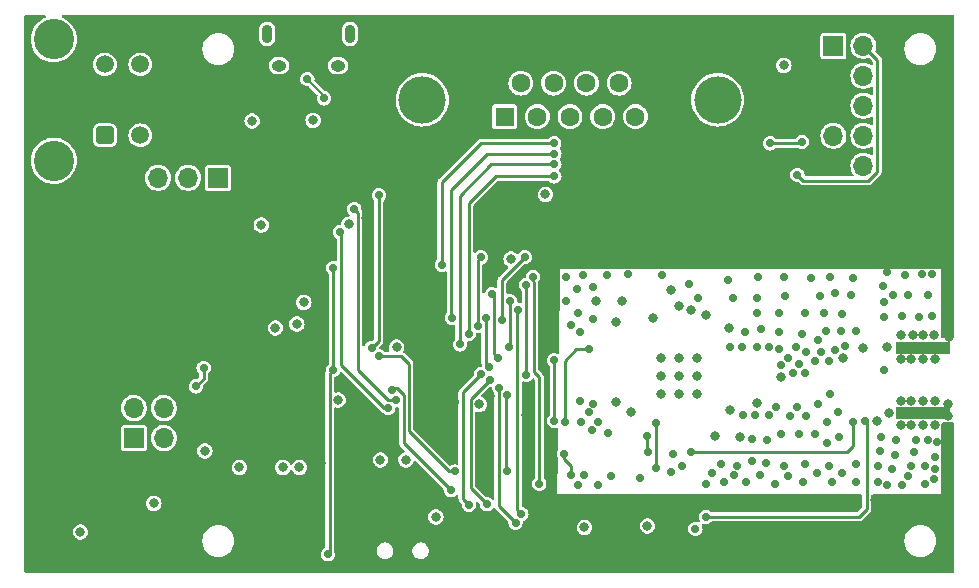
<source format=gbr>
%TF.GenerationSoftware,KiCad,Pcbnew,7.0.6*%
%TF.CreationDate,2023-10-05T23:13:59-06:00*%
%TF.ProjectId,CAN-USB RF Module,43414e2d-5553-4422-9052-46204d6f6475,1.0*%
%TF.SameCoordinates,Original*%
%TF.FileFunction,Copper,L4,Bot*%
%TF.FilePolarity,Positive*%
%FSLAX46Y46*%
G04 Gerber Fmt 4.6, Leading zero omitted, Abs format (unit mm)*
G04 Created by KiCad (PCBNEW 7.0.6) date 2023-10-05 23:13:59*
%MOMM*%
%LPD*%
G01*
G04 APERTURE LIST*
G04 Aperture macros list*
%AMRoundRect*
0 Rectangle with rounded corners*
0 $1 Rounding radius*
0 $2 $3 $4 $5 $6 $7 $8 $9 X,Y pos of 4 corners*
0 Add a 4 corners polygon primitive as box body*
4,1,4,$2,$3,$4,$5,$6,$7,$8,$9,$2,$3,0*
0 Add four circle primitives for the rounded corners*
1,1,$1+$1,$2,$3*
1,1,$1+$1,$4,$5*
1,1,$1+$1,$6,$7*
1,1,$1+$1,$8,$9*
0 Add four rect primitives between the rounded corners*
20,1,$1+$1,$2,$3,$4,$5,0*
20,1,$1+$1,$4,$5,$6,$7,0*
20,1,$1+$1,$6,$7,$8,$9,0*
20,1,$1+$1,$8,$9,$2,$3,0*%
G04 Aperture macros list end*
%TA.AperFunction,ComponentPad*%
%ADD10R,1.700000X1.700000*%
%TD*%
%TA.AperFunction,ComponentPad*%
%ADD11O,1.700000X1.700000*%
%TD*%
%TA.AperFunction,ComponentPad*%
%ADD12C,4.000000*%
%TD*%
%TA.AperFunction,ComponentPad*%
%ADD13R,1.600000X1.600000*%
%TD*%
%TA.AperFunction,ComponentPad*%
%ADD14C,1.600000*%
%TD*%
%TA.AperFunction,ComponentPad*%
%ADD15O,0.890000X1.550000*%
%TD*%
%TA.AperFunction,ComponentPad*%
%ADD16O,1.250000X0.950000*%
%TD*%
%TA.AperFunction,ComponentPad*%
%ADD17RoundRect,0.250001X0.499999X-0.499999X0.499999X0.499999X-0.499999X0.499999X-0.499999X-0.499999X0*%
%TD*%
%TA.AperFunction,ComponentPad*%
%ADD18C,1.500000*%
%TD*%
%TA.AperFunction,ComponentPad*%
%ADD19C,3.410000*%
%TD*%
%TA.AperFunction,SMDPad,CuDef*%
%ADD20R,4.560000X1.000000*%
%TD*%
%TA.AperFunction,ViaPad*%
%ADD21C,0.800000*%
%TD*%
%TA.AperFunction,ViaPad*%
%ADD22C,0.700000*%
%TD*%
%TA.AperFunction,Conductor*%
%ADD23C,0.250000*%
%TD*%
%TA.AperFunction,Conductor*%
%ADD24C,0.254000*%
%TD*%
%TA.AperFunction,Conductor*%
%ADD25C,0.200000*%
%TD*%
G04 APERTURE END LIST*
D10*
%TO.P,J3,1,Pin_1*%
%TO.N,+5V*%
X107391200Y-106857800D03*
D11*
%TO.P,J3,2,Pin_2*%
%TO.N,/Power Regulator/5V*%
X107391200Y-104317800D03*
%TO.P,J3,3,Pin_3*%
%TO.N,/Power Regulator/12V*%
X109931200Y-106857800D03*
%TO.P,J3,4,Pin_4*%
%TO.N,/Power Regulator/FUSE_OUT*%
X109931200Y-104317800D03*
%TD*%
D12*
%TO.P,J6,0*%
%TO.N,N/C*%
X156826000Y-78232000D03*
X131826000Y-78232000D03*
D13*
%TO.P,J6,1,Pin_1*%
%TO.N,unconnected-(J6-Pin_1-Pad1)*%
X138786000Y-79652000D03*
D14*
%TO.P,J6,2,Pin_2*%
%TO.N,/CAN Tranciever/CD-*%
X141556000Y-79652000D03*
%TO.P,J6,3,Pin_3*%
%TO.N,unconnected-(J6-Pin_3-Pad3)*%
X144326000Y-79652000D03*
%TO.P,J6,4,Pin_4*%
%TO.N,unconnected-(J6-Pin_4-Pad4)*%
X147096000Y-79652000D03*
%TO.P,J6,5,Pin_5*%
%TO.N,unconnected-(J6-Pin_5-Pad5)*%
X149866000Y-79652000D03*
%TO.P,J6,6,Pin_6*%
%TO.N,unconnected-(J6-Pin_6-Pad6)*%
X140171000Y-76812000D03*
%TO.P,J6,7,Pin_7*%
%TO.N,/CAN Tranciever/CD+*%
X142941000Y-76812000D03*
%TO.P,J6,8,Pin_8*%
%TO.N,unconnected-(J6-Pin_8-Pad8)*%
X145711000Y-76812000D03*
%TO.P,J6,9,Pin_9*%
%TO.N,unconnected-(J6-Pin_9-Pad9)*%
X148481000Y-76812000D03*
%TD*%
D15*
%TO.P,J4,6,Shield*%
%TO.N,unconnected-(J4-Shield-Pad6)*%
X125690000Y-72644000D03*
D16*
X124690000Y-75344000D03*
X119690000Y-75344000D03*
D15*
X118690000Y-72644000D03*
%TD*%
D17*
%TO.P,J2,1,Pin_1*%
%TO.N,+12V*%
X104947000Y-81232000D03*
D18*
%TO.P,J2,2,Pin_2*%
%TO.N,GND*%
X104947000Y-78232000D03*
%TO.P,J2,3,Pin_3*%
%TO.N,/Power Regulator/5V_UP*%
X104947000Y-75232000D03*
%TO.P,J2,4,Pin_4*%
%TO.N,+12V*%
X107947000Y-81232000D03*
%TO.P,J2,5,Pin_5*%
%TO.N,GND*%
X107947000Y-78232000D03*
%TO.P,J2,6,Pin_6*%
%TO.N,/Power Regulator/5V_UP*%
X107947000Y-75232000D03*
D19*
%TO.P,J2,MP*%
%TO.N,N/C*%
X100627000Y-83382000D03*
X100627000Y-73082000D03*
%TD*%
D20*
%TO.P,J5,2,Ext*%
%TO.N,GND*%
X174244000Y-104751000D03*
X174244000Y-99211000D03*
%TD*%
D10*
%TO.P,J1,1,Pin_1*%
%TO.N,+3V3*%
X166624000Y-73660000D03*
D11*
%TO.P,J1,2,Pin_2*%
%TO.N,/DEBUG_SWDIO*%
X169164000Y-73660000D03*
%TO.P,J1,3,Pin_3*%
%TO.N,GND*%
X166624000Y-76200000D03*
%TO.P,J1,4,Pin_4*%
%TO.N,/DEBUG_SWCLK*%
X169164000Y-76200000D03*
%TO.P,J1,5,Pin_5*%
%TO.N,GND*%
X166624000Y-78740000D03*
%TO.P,J1,6,Pin_6*%
%TO.N,/DEBUG_SWO*%
X169164000Y-78740000D03*
%TO.P,J1,7,Pin_7*%
%TO.N,unconnected-(J1-Pin_7-Pad7)*%
X166624000Y-81280000D03*
%TO.P,J1,8,Pin_8*%
%TO.N,unconnected-(J1-Pin_8-Pad8)*%
X169164000Y-81280000D03*
%TO.P,J1,9,Pin_9*%
%TO.N,GND*%
X166624000Y-83820000D03*
%TO.P,J1,10,Pin_10*%
%TO.N,/NRST*%
X169164000Y-83820000D03*
%TD*%
D10*
%TO.P,JP1,1,A*%
%TO.N,VBUS_UP*%
X114539000Y-84836000D03*
D11*
%TO.P,JP1,2,C*%
%TO.N,/Power Regulator/FUSE_IN*%
X111999000Y-84836000D03*
%TO.P,JP1,3,B*%
%TO.N,+12V*%
X109459000Y-84836000D03*
%TD*%
D21*
%TO.N,+3V3*%
X124690175Y-103632000D03*
%TO.N,+5V*%
X139336852Y-91698852D03*
%TO.N,GND*%
X144309500Y-85433500D03*
%TO.N,+3V3*%
X142240000Y-86233000D03*
%TO.N,GND*%
X138684000Y-88519000D03*
X139700000Y-87249000D03*
X137795000Y-87249000D03*
X138409500Y-92329000D03*
X142922600Y-92075000D03*
D22*
X157861000Y-99187000D03*
X155194000Y-94996000D03*
D21*
X140591000Y-104902000D03*
X125614300Y-102504051D03*
X174244000Y-105791000D03*
X122503000Y-82042000D03*
D22*
X167132000Y-106807000D03*
D21*
X154559000Y-112141000D03*
X152066600Y-101615000D03*
X142748000Y-112014000D03*
X109728000Y-92837000D03*
D22*
X163576000Y-104267000D03*
X165481000Y-94869000D03*
D21*
X148844000Y-112141000D03*
X125982000Y-75856508D03*
D22*
X163703000Y-106553000D03*
D21*
X113411000Y-105029000D03*
D22*
X161036000Y-107061000D03*
D21*
X103632000Y-109982000D03*
D22*
X170688000Y-106807000D03*
D21*
X175514000Y-92075000D03*
D22*
X145161000Y-103759000D03*
X162814000Y-110109000D03*
D21*
X142748000Y-110744000D03*
D22*
X173609000Y-107061000D03*
X166370000Y-103124000D03*
D21*
X158750000Y-112141000D03*
X125982000Y-108876508D03*
X148209000Y-97028000D03*
X161544000Y-77597000D03*
X100582000Y-75856508D03*
D22*
X144018000Y-93218000D03*
D21*
X141222000Y-73316508D03*
X101346000Y-110744000D03*
X165354000Y-76327000D03*
X154606600Y-96001600D03*
D22*
X172720000Y-93091000D03*
D21*
X155956000Y-112141000D03*
X174244000Y-112141000D03*
X113792000Y-92964000D03*
D22*
X165100000Y-100330000D03*
X175387000Y-107188000D03*
X166243000Y-109220000D03*
X157099000Y-109093000D03*
D21*
X152908000Y-94361000D03*
X124931500Y-82550000D03*
D22*
X163703000Y-100584000D03*
D21*
X161544000Y-112141000D03*
D22*
X164084000Y-110617000D03*
X134585899Y-103834135D03*
X174625000Y-94742000D03*
X164211000Y-109093000D03*
D21*
X138811000Y-117094000D03*
D22*
X162433000Y-93218000D03*
X167259000Y-97790000D03*
D21*
X100203000Y-115824000D03*
D22*
X166370000Y-93218000D03*
X161798000Y-104267000D03*
D21*
X153590600Y-95696800D03*
X174244000Y-103759000D03*
X172720000Y-112141000D03*
X175260000Y-100203000D03*
X176323600Y-105029000D03*
X154559000Y-92075000D03*
D22*
X163449000Y-99187000D03*
D21*
X171323000Y-112141000D03*
X176276000Y-107315000D03*
D22*
X145542000Y-109982000D03*
D21*
X175260000Y-103759000D03*
X173228000Y-103759000D03*
X104340000Y-86995000D03*
D22*
X150241000Y-110236000D03*
X145288000Y-105537000D03*
D21*
X174244000Y-100203000D03*
X175641000Y-112141000D03*
X176403000Y-97282000D03*
X175260000Y-105791000D03*
D22*
X166751000Y-99441000D03*
X166116000Y-107315000D03*
X174625000Y-107061000D03*
X160147000Y-99187000D03*
D21*
X153162000Y-112141000D03*
X161544000Y-92075000D03*
D22*
X153162000Y-92075000D03*
D21*
X172339000Y-105791000D03*
X100582000Y-86016508D03*
X129032000Y-97663000D03*
X103122000Y-80936508D03*
X156462000Y-116496508D03*
X137522548Y-103320500D03*
X115062000Y-102870000D03*
X136142000Y-75856508D03*
X131062000Y-91096508D03*
X122174000Y-115257000D03*
X172339000Y-98171000D03*
D22*
X146685000Y-105537000D03*
D21*
X167417200Y-100089600D03*
D22*
X162433000Y-109220000D03*
D21*
X131476500Y-100175000D03*
D22*
X168529000Y-109093000D03*
D21*
X142922600Y-94234000D03*
X131476500Y-102588000D03*
X155114600Y-103139000D03*
D22*
X171196000Y-92837000D03*
D21*
X157353000Y-92075000D03*
X109728000Y-100838000D03*
X128522000Y-80936508D03*
D22*
X165100000Y-106553000D03*
X159258000Y-110617000D03*
D21*
X153162000Y-92075000D03*
D22*
X146304000Y-104013000D03*
X175006000Y-96520000D03*
D21*
X143762000Y-88556508D03*
X176276000Y-108585000D03*
X148717000Y-95250000D03*
D22*
X161163000Y-104902000D03*
D21*
X174242000Y-86016508D03*
X104648000Y-110236000D03*
D22*
X158115000Y-94996000D03*
X175260000Y-109474000D03*
D21*
X142922600Y-96853400D03*
D22*
X158496000Y-109220000D03*
D21*
X147574000Y-112141000D03*
X146304000Y-112141000D03*
X147748600Y-92075000D03*
X143938600Y-92075000D03*
D22*
X162052000Y-96266000D03*
X161671000Y-110744000D03*
X149225000Y-92964000D03*
X162814000Y-100076000D03*
D21*
X164338000Y-112141000D03*
X160147000Y-112141000D03*
X131062000Y-111416508D03*
D22*
X175260000Y-108458000D03*
D21*
X155114600Y-100091000D03*
X155114600Y-101615000D03*
X142922600Y-93091000D03*
X145002200Y-92075000D03*
D22*
X170942000Y-96647000D03*
D21*
X167640000Y-84270500D03*
X152066600Y-100091000D03*
D22*
X171831000Y-108331000D03*
D21*
X148842000Y-116496508D03*
X164338000Y-92075000D03*
D22*
X170912000Y-101094000D03*
D21*
X141222000Y-116496508D03*
X103787500Y-78232000D03*
D22*
X168529000Y-97790000D03*
D21*
X110742000Y-116496508D03*
D22*
X156337000Y-109855000D03*
D21*
X150051900Y-112141000D03*
X127089500Y-88265000D03*
D22*
X164338000Y-99568000D03*
X160147000Y-94996000D03*
D21*
X176403000Y-98298000D03*
X132520500Y-101445000D03*
X171323000Y-104775000D03*
D22*
X172466000Y-110871000D03*
D21*
X168529000Y-92075000D03*
X157781600Y-97551000D03*
X125222000Y-77597000D03*
X120486500Y-83104000D03*
X133602000Y-83476508D03*
D22*
X146304000Y-96774000D03*
X160147000Y-96266000D03*
D21*
X121793000Y-111887000D03*
D22*
X172466000Y-96520000D03*
X145923000Y-104648000D03*
D21*
X174244000Y-92075000D03*
X159002000Y-88556508D03*
X171702000Y-80936508D03*
X176403000Y-92075000D03*
X131062000Y-73316508D03*
D22*
X166243000Y-100330000D03*
X175133000Y-110363000D03*
X144399000Y-97282000D03*
D21*
X100582000Y-108876508D03*
X142922600Y-98171000D03*
X158750000Y-92075000D03*
D22*
X168529000Y-110617000D03*
D21*
X113919000Y-96393000D03*
D22*
X153035000Y-108204000D03*
D21*
X108966000Y-78232000D03*
X105662000Y-73316508D03*
X115822000Y-113956508D03*
D22*
X171196000Y-110871000D03*
D21*
X162941000Y-92075000D03*
X131496500Y-101420500D03*
X103122000Y-116496508D03*
D22*
X173482000Y-108077000D03*
X170561000Y-107950000D03*
D21*
X133635500Y-102588000D03*
X148209000Y-103774000D03*
D22*
X171704000Y-94742000D03*
X165608000Y-99568000D03*
D21*
X173355000Y-98171000D03*
D22*
X167386000Y-109855000D03*
X160528000Y-97663000D03*
D21*
X128270000Y-114681000D03*
D22*
X147447000Y-93091000D03*
X159766000Y-106934000D03*
D21*
X153590600Y-101615000D03*
X146558000Y-95250000D03*
X162179000Y-101727000D03*
D22*
X171958000Y-107061000D03*
X170434000Y-110617000D03*
X168148000Y-94742000D03*
X145034000Y-96266000D03*
D21*
X165735000Y-92075000D03*
D22*
X165989000Y-97790000D03*
X165862000Y-96266000D03*
D21*
X135763000Y-117094000D03*
X172974000Y-92075000D03*
D22*
X165354000Y-104013000D03*
X146177000Y-106172000D03*
X162560000Y-94869000D03*
D21*
X132492500Y-102588000D03*
D22*
X158242000Y-109982000D03*
D21*
X153590600Y-103139000D03*
D22*
X145415000Y-93091000D03*
D21*
X127000000Y-106172000D03*
X112506942Y-110192661D03*
D22*
X160274000Y-93218000D03*
X159004000Y-104902000D03*
D21*
X165481000Y-78867000D03*
D22*
X166751000Y-94615000D03*
X167640000Y-99060000D03*
X161163000Y-99187000D03*
X154432000Y-93853000D03*
D21*
X176323600Y-104013000D03*
D22*
X163195000Y-101346000D03*
D21*
X120904000Y-111379000D03*
X156462000Y-73316508D03*
X118362000Y-91096508D03*
X151765000Y-112141000D03*
X122569000Y-88057000D03*
D22*
X164211000Y-96266000D03*
D21*
X110742000Y-78396508D03*
X122569000Y-88950800D03*
X171958000Y-92075000D03*
D22*
X160020000Y-104902000D03*
D21*
X158734218Y-106737196D03*
X172339000Y-100203000D03*
D22*
X172974000Y-94742000D03*
D21*
X137287000Y-117094000D03*
X160147000Y-92075000D03*
X161544000Y-78867000D03*
X171196000Y-99187000D03*
X165735000Y-112141000D03*
D22*
X173863000Y-96647000D03*
D21*
X163322000Y-78867000D03*
D22*
X166497000Y-110617000D03*
D21*
X156462000Y-80936508D03*
X152066600Y-103139000D03*
X176276000Y-109855000D03*
D22*
X164338000Y-105029000D03*
X173228000Y-109220000D03*
X171577000Y-109474000D03*
D21*
X171702000Y-73316508D03*
D22*
X160909000Y-108966000D03*
X164719000Y-93345000D03*
D21*
X157353000Y-112141000D03*
D22*
X145034000Y-110871000D03*
X147828000Y-110109000D03*
D21*
X173228000Y-105791000D03*
D22*
X146685000Y-110871000D03*
D21*
X155575000Y-92075000D03*
X151342100Y-96701832D03*
D22*
X170434000Y-109220000D03*
D21*
X174244000Y-98171000D03*
D22*
X147574000Y-106426000D03*
X130585750Y-98649250D03*
D21*
X133635500Y-100175000D03*
X170648500Y-92075000D03*
X151382000Y-88556508D03*
D22*
X175006000Y-92964000D03*
X153797000Y-109220000D03*
D21*
X176403000Y-93345000D03*
X142922600Y-95504000D03*
D22*
X162052000Y-99314000D03*
D21*
X125222000Y-106172000D03*
X153590600Y-100091000D03*
D22*
X152908000Y-109728000D03*
D21*
X176323600Y-106045000D03*
X149145600Y-92075000D03*
D22*
X146304000Y-94107000D03*
X155829000Y-110744000D03*
D21*
X172339000Y-103759000D03*
X118362000Y-83476508D03*
X105662000Y-88556508D03*
D22*
X159766000Y-108839000D03*
X165227000Y-109855000D03*
X144907000Y-94234000D03*
X168275000Y-93345000D03*
X162179000Y-100711000D03*
D21*
X123241175Y-108988500D03*
X170307000Y-105410000D03*
X146351600Y-92075000D03*
X170180000Y-112141000D03*
X151382000Y-78396508D03*
D22*
X166116000Y-105537000D03*
X163957000Y-98044000D03*
X174117000Y-92964000D03*
D21*
X176276000Y-111252000D03*
X112395000Y-97536000D03*
X167132000Y-92075000D03*
X151765000Y-92075000D03*
X160147000Y-103886000D03*
X163322000Y-77597000D03*
D22*
X172974000Y-110109000D03*
X170815000Y-93980000D03*
X167005000Y-104648000D03*
D21*
X108077000Y-101219000D03*
X115822000Y-75856508D03*
D22*
X174371000Y-110744000D03*
D21*
X168529000Y-112141000D03*
X132492500Y-100175000D03*
D22*
X162941000Y-105029000D03*
D21*
X175133000Y-98171000D03*
D22*
X160401000Y-109982000D03*
D21*
X176403000Y-94742000D03*
D22*
X145161000Y-97917000D03*
X157734000Y-93472000D03*
D21*
X176403000Y-96012000D03*
X148842000Y-73316508D03*
X122580400Y-87172800D03*
X113919000Y-97536000D03*
X156625312Y-106714312D03*
X140843000Y-103759000D03*
D22*
X158877000Y-99187000D03*
X157353000Y-110617000D03*
X165354000Y-98552000D03*
D21*
X145034000Y-112141000D03*
X143764000Y-112141000D03*
D22*
X162179000Y-106553000D03*
D21*
X105662000Y-98716508D03*
X167132000Y-112141000D03*
X100582000Y-101256508D03*
X173228000Y-100203000D03*
D22*
X152146000Y-93091000D03*
X164211000Y-101346000D03*
X159131000Y-97917000D03*
D21*
X112395000Y-96393000D03*
D22*
X162052000Y-97917000D03*
X167386000Y-96393000D03*
D21*
X106426000Y-96520000D03*
D22*
X170942000Y-95377000D03*
D21*
X164082000Y-116496508D03*
X171702000Y-113956508D03*
X166622000Y-88556508D03*
D22*
X144018000Y-95250000D03*
D21*
X133655500Y-101420500D03*
X162941000Y-112141000D03*
X100582000Y-93636508D03*
D22*
X174371000Y-109220000D03*
D21*
X150415600Y-92075000D03*
X100203000Y-113792000D03*
X115062000Y-92964000D03*
X117983000Y-116731298D03*
X118362000Y-101256508D03*
D22*
%TO.N,/NRST*%
X143002000Y-81893994D03*
X133477000Y-92202000D03*
X124293500Y-101092000D03*
X124293500Y-92456000D03*
X161290000Y-81915000D03*
X123825000Y-116713000D03*
X163957000Y-81788000D03*
D21*
%TO.N,+3V3*%
X109093000Y-112395000D03*
D22*
X154940000Y-114554000D03*
D21*
X132969000Y-113538000D03*
X119380000Y-97536000D03*
X162433000Y-75311000D03*
X125603000Y-88773000D03*
X145542000Y-114427000D03*
X121793000Y-95377000D03*
X150876000Y-114300000D03*
X130429000Y-108712000D03*
X155880484Y-96444484D03*
X128270000Y-108712000D03*
X129650616Y-99170616D03*
X149479000Y-104648000D03*
X169172400Y-99241000D03*
X157889000Y-104521000D03*
X136653583Y-104013000D03*
%TO.N,+5V*%
X121412000Y-109347000D03*
X118187094Y-88821868D03*
X116332000Y-109347000D03*
X120015000Y-109347000D03*
X121194017Y-97211729D03*
X113411000Y-107950000D03*
D22*
%TO.N,/BOOT0*%
X141192965Y-93225918D03*
X141732000Y-110744000D03*
%TO.N,/CAN_STBY*%
X128143000Y-86308000D03*
X127520444Y-99261556D03*
%TO.N,/UART2_USB_TX*%
X129558500Y-103659591D03*
X126064219Y-87470954D03*
%TO.N,/UART2_USB_RX*%
X124841000Y-89408000D03*
X128943457Y-104330498D03*
%TO.N,/SPI1_SCK*%
X143807474Y-108207268D03*
X144399000Y-109982000D03*
%TO.N,/DIO0*%
X143891685Y-105537098D03*
X145923000Y-99365500D03*
%TO.N,/DIO1*%
X143001306Y-105409306D03*
X143002000Y-100290500D03*
%TO.N,/CAN_RX*%
X138596500Y-96861500D03*
X140500700Y-91559602D03*
%TO.N,/CAN_TX*%
X136525000Y-97361000D03*
X136779000Y-91567000D03*
%TO.N,/SW_RXTX*%
X140208000Y-113284000D03*
X155829000Y-113538000D03*
X169291000Y-105410000D03*
X139954000Y-96012000D03*
%TO.N,/SX_RESET*%
X139192000Y-99187000D03*
X139231500Y-95250000D03*
%TO.N,/DIO2*%
X137707500Y-94702500D03*
X138235056Y-100081832D03*
%TO.N,/DIO3*%
X140629000Y-101503000D03*
X140589000Y-93892500D03*
%TO.N,/LoRa Tranciever/RXTX_SX*%
X154559000Y-108077000D03*
X168275000Y-105537000D03*
%TO.N,/DEBUG_SWO*%
X134326500Y-96686500D03*
X143002000Y-82793497D03*
%TO.N,/DEBUG_SWCLK*%
X143002000Y-83693000D03*
X135019500Y-98933000D03*
%TO.N,/DEBUG_SWDIO*%
X143002000Y-84709000D03*
X135763000Y-98044000D03*
X163576000Y-84582000D03*
%TO.N,/Power Regulator/I_{MON}*%
X113307773Y-100915500D03*
X112649000Y-102489000D03*
D21*
%TO.N,/Power Regulator/5V*%
X102870000Y-114808000D03*
%TO.N,VBUS_UP*%
X122569000Y-79960000D03*
X117409000Y-80010000D03*
D22*
%TO.N,Net-(U2-PA10)*%
X135763000Y-112505750D03*
X136779000Y-101421500D03*
%TO.N,Net-(U2-PA9)*%
X137541000Y-101912713D03*
X137287000Y-112477750D03*
%TO.N,Net-(U2-PA1)*%
X129230106Y-102770050D03*
X134239000Y-111289500D03*
%TO.N,/DIO4*%
X137199500Y-96686500D03*
X137509944Y-100806944D03*
%TO.N,/DIO5*%
X128142500Y-99921875D03*
X138977500Y-109690500D03*
X138977500Y-103251000D03*
X134569200Y-109690500D03*
%TO.N,/LoRa Tranciever/MISO_TX*%
X150952856Y-108037500D03*
X150876000Y-106652500D03*
%TO.N,/LoRa Tranciever/SCK_RTSN*%
X151627356Y-105574356D03*
X151638000Y-109387000D03*
%TO.N,Net-(U2-PA8)*%
X138303000Y-102596000D03*
X139718314Y-114057655D03*
%TO.N,Net-(J4-D+)*%
X123519000Y-78105000D03*
X122090500Y-76472687D03*
%TD*%
D23*
%TO.N,/NRST*%
X142980994Y-81915000D02*
X136779000Y-81915000D01*
X133477000Y-85217000D02*
X133477000Y-92202000D01*
X143002000Y-81893994D02*
X142980994Y-81915000D01*
X136779000Y-81915000D02*
X133477000Y-85217000D01*
%TO.N,/DEBUG_SWO*%
X134264400Y-85826600D02*
X134264400Y-96624400D01*
X142991497Y-82804000D02*
X137287000Y-82804000D01*
X143002000Y-82793497D02*
X142991497Y-82804000D01*
X137287000Y-82804000D02*
X134264400Y-85826600D01*
X134264400Y-96624400D02*
X134326500Y-96686500D01*
%TO.N,/DEBUG_SWCLK*%
X135001000Y-98914500D02*
X135019500Y-98933000D01*
X137668000Y-83693000D02*
X135001000Y-86360000D01*
X143002000Y-83693000D02*
X137668000Y-83693000D01*
X135001000Y-86360000D02*
X135001000Y-98914500D01*
%TO.N,/DEBUG_SWDIO*%
X138049000Y-84709000D02*
X135763000Y-86995000D01*
X143002000Y-84709000D02*
X138049000Y-84709000D01*
X135763000Y-86995000D02*
X135763000Y-98044000D01*
%TO.N,/CAN_RX*%
X138557000Y-96822000D02*
X138596500Y-96861500D01*
X140500700Y-91559602D02*
X138557000Y-93503302D01*
X138557000Y-93503302D02*
X138557000Y-96822000D01*
%TO.N,/CAN_TX*%
X136779000Y-91567000D02*
X136525000Y-91821000D01*
X136525000Y-91821000D02*
X136525000Y-97361000D01*
%TO.N,/NRST*%
X123965675Y-101419825D02*
X123965675Y-116572325D01*
X163830000Y-81915000D02*
X161290000Y-81915000D01*
X124293500Y-101092000D02*
X123965675Y-101419825D01*
X124293500Y-101092000D02*
X124293500Y-92456000D01*
X123965675Y-116572325D02*
X123825000Y-116713000D01*
X163957000Y-81788000D02*
X163830000Y-81915000D01*
%TO.N,/BOOT0*%
X141192965Y-93541870D02*
X141192965Y-93225918D01*
X141732000Y-110744000D02*
X141732000Y-101727000D01*
X141264000Y-101259000D02*
X141264000Y-93612905D01*
X141732000Y-101727000D02*
X141264000Y-101259000D01*
X141264000Y-93612905D02*
X141192965Y-93541870D01*
%TO.N,/CAN_STBY*%
X128143000Y-98639000D02*
X128143000Y-86308000D01*
X127520444Y-99261556D02*
X128143000Y-98639000D01*
%TO.N,/UART2_USB_TX*%
X128905377Y-103655498D02*
X126364500Y-101114621D01*
X126364500Y-101114621D02*
X126364500Y-87771235D01*
X126364500Y-87771235D02*
X126064219Y-87470954D01*
X129554407Y-103655498D02*
X128905377Y-103655498D01*
X129558500Y-103659591D02*
X129554407Y-103655498D01*
%TO.N,/UART2_USB_RX*%
X128943457Y-104330498D02*
X128587498Y-104330498D01*
X128587498Y-104330498D02*
X124968000Y-100711000D01*
X124968000Y-100711000D02*
X124968000Y-89535000D01*
X124968000Y-89535000D02*
X124841000Y-89408000D01*
%TO.N,/SPI1_SCK*%
X143807474Y-108207268D02*
X143807474Y-108628474D01*
X143807474Y-108628474D02*
X144399000Y-109220000D01*
X144399000Y-109220000D02*
X144399000Y-109982000D01*
%TO.N,/DIO0*%
X145923000Y-99365500D02*
X144855500Y-99365500D01*
X143891685Y-100329315D02*
X143891685Y-105537098D01*
X144855500Y-99365500D02*
X143891685Y-100329315D01*
%TO.N,/DIO1*%
X143001306Y-105409306D02*
X143002000Y-105408612D01*
X143002000Y-105408612D02*
X143002000Y-100290500D01*
%TO.N,/SW_RXTX*%
X168783000Y-113538000D02*
X155829000Y-113538000D01*
X169291000Y-105410000D02*
X169455000Y-105574000D01*
X169455000Y-105754000D02*
X169455000Y-112866000D01*
X169455000Y-105574000D02*
X169455000Y-105754000D01*
X139866500Y-112942500D02*
X140208000Y-113284000D01*
X139954000Y-96012000D02*
X139866500Y-96099500D01*
X139866500Y-96099500D02*
X139866500Y-112942500D01*
X169455000Y-112866000D02*
X168783000Y-113538000D01*
%TO.N,/SX_RESET*%
X139271500Y-95290000D02*
X139231500Y-95250000D01*
X139271500Y-99107500D02*
X139271500Y-95290000D01*
X139192000Y-99187000D02*
X139271500Y-99107500D01*
%TO.N,/DIO2*%
X138235056Y-100081832D02*
X137922000Y-99768776D01*
X137922000Y-94917000D02*
X137707500Y-94702500D01*
X137922000Y-99768776D02*
X137922000Y-94917000D01*
%TO.N,/DIO3*%
X140629000Y-93932500D02*
X140589000Y-93892500D01*
X140629000Y-101503000D02*
X140629000Y-93932500D01*
%TO.N,/LoRa Tranciever/RXTX_SX*%
X168275000Y-105537000D02*
X168275000Y-107569000D01*
X168275000Y-107569000D02*
X167767000Y-108077000D01*
X167767000Y-108077000D02*
X154559000Y-108077000D01*
%TO.N,/DEBUG_SWDIO*%
X170339000Y-84306701D02*
X169555701Y-85090000D01*
X169164000Y-73660000D02*
X170339000Y-74835000D01*
X170339000Y-74835000D02*
X170339000Y-84306701D01*
X169555701Y-85090000D02*
X164084000Y-85090000D01*
X164084000Y-85090000D02*
X163576000Y-84582000D01*
D24*
%TO.N,/Power Regulator/I_{MON}*%
X113307773Y-100915500D02*
X113307773Y-101830227D01*
X113307773Y-101830227D02*
X112649000Y-102489000D01*
D23*
%TO.N,Net-(U2-PA10)*%
X135260899Y-112003649D02*
X135763000Y-112505750D01*
X136779000Y-101421500D02*
X136779000Y-101473000D01*
X135260899Y-102991101D02*
X135260899Y-112003649D01*
X136779000Y-101473000D02*
X135260899Y-102991101D01*
%TO.N,Net-(U2-PA9)*%
X135929083Y-103524630D02*
X135929083Y-111119833D01*
X135929083Y-111119833D02*
X137287000Y-112477750D01*
X137541000Y-101912713D02*
X135929083Y-103524630D01*
%TO.N,Net-(U2-PA1)*%
X130233000Y-107283500D02*
X134239000Y-111289500D01*
X129384156Y-102616000D02*
X129667000Y-102616000D01*
X129230106Y-102770050D02*
X129384156Y-102616000D01*
X130233000Y-103182000D02*
X130233000Y-107283500D01*
X129667000Y-102616000D02*
X130233000Y-103182000D01*
%TO.N,/DIO4*%
X137199500Y-100496500D02*
X137509944Y-100806944D01*
X137199500Y-96686500D02*
X137199500Y-100496500D01*
%TO.N,/DIO5*%
X138938000Y-109651000D02*
X138938000Y-103290500D01*
X130020875Y-99921875D02*
X130683000Y-100584000D01*
X134074500Y-109690500D02*
X134569200Y-109690500D01*
X138977500Y-109690500D02*
X138938000Y-109651000D01*
X128142500Y-99921875D02*
X130020875Y-99921875D01*
X138938000Y-103290500D02*
X138977500Y-103251000D01*
X130683000Y-100584000D02*
X130683000Y-106299000D01*
X130683000Y-106299000D02*
X134074500Y-109690500D01*
%TO.N,/LoRa Tranciever/MISO_TX*%
X150876000Y-107960644D02*
X150952856Y-108037500D01*
X150876000Y-106652500D02*
X150876000Y-107960644D01*
%TO.N,/LoRa Tranciever/SCK_RTSN*%
X151638000Y-109387000D02*
X151627356Y-109376356D01*
X151627356Y-109376356D02*
X151627356Y-105574356D01*
%TO.N,Net-(U2-PA8)*%
X138303000Y-112642341D02*
X138303000Y-102596000D01*
X139718314Y-114057655D02*
X138303000Y-112642341D01*
D25*
%TO.N,Net-(J4-D+)*%
X123519000Y-77901187D02*
X122090500Y-76472687D01*
X123519000Y-78105000D02*
X123519000Y-77901187D01*
%TD*%
%TA.AperFunction,Conductor*%
%TO.N,GND*%
G36*
X137630706Y-102526438D02*
G01*
X137682963Y-102572817D01*
X137700797Y-102622427D01*
X137717955Y-102752760D01*
X137717956Y-102752762D01*
X137778464Y-102898842D01*
X137874715Y-103024279D01*
X137874716Y-103024280D01*
X137874718Y-103024282D01*
X137878982Y-103027554D01*
X137920187Y-103083978D01*
X137927500Y-103125932D01*
X137927500Y-111962323D01*
X137907815Y-112029362D01*
X137855011Y-112075117D01*
X137785853Y-112085061D01*
X137722297Y-112056036D01*
X137715826Y-112050011D01*
X137715290Y-112049475D01*
X137715283Y-112049470D01*
X137715282Y-112049468D01*
X137589841Y-111953214D01*
X137443762Y-111892706D01*
X137443760Y-111892705D01*
X137287002Y-111872068D01*
X137286997Y-111872068D01*
X137281664Y-111872770D01*
X137212629Y-111862004D01*
X137177800Y-111837512D01*
X136340902Y-111000614D01*
X136307417Y-110939291D01*
X136304583Y-110912933D01*
X136304583Y-104755222D01*
X136324268Y-104688183D01*
X136377072Y-104642428D01*
X136446230Y-104632484D01*
X136458251Y-104634823D01*
X136574598Y-104663500D01*
X136732568Y-104663500D01*
X136885948Y-104625696D01*
X136905893Y-104615228D01*
X137025823Y-104552283D01*
X137144066Y-104447530D01*
X137233803Y-104317523D01*
X137289820Y-104169818D01*
X137308861Y-104013000D01*
X137297392Y-103918539D01*
X137289820Y-103856181D01*
X137244233Y-103735979D01*
X137233803Y-103708477D01*
X137144066Y-103578470D01*
X137025823Y-103473717D01*
X137025821Y-103473716D01*
X137025820Y-103473715D01*
X136885950Y-103400304D01*
X136857532Y-103393300D01*
X136797152Y-103358143D01*
X136765364Y-103295923D01*
X136772260Y-103226395D01*
X136799525Y-103185224D01*
X137431801Y-102552948D01*
X137493122Y-102519465D01*
X137535669Y-102517693D01*
X137541000Y-102518395D01*
X137561673Y-102515673D01*
X137630706Y-102526438D01*
G37*
%TD.AperFunction*%
%TA.AperFunction,Conductor*%
G36*
X99911329Y-71050185D02*
G01*
X99957084Y-71102989D01*
X99967028Y-71172147D01*
X99938003Y-71235703D01*
X99887623Y-71270682D01*
X99812579Y-71298671D01*
X99812575Y-71298673D01*
X99567081Y-71432723D01*
X99567073Y-71432728D01*
X99343156Y-71600350D01*
X99343138Y-71600366D01*
X99145366Y-71798138D01*
X99145350Y-71798156D01*
X98977728Y-72022073D01*
X98977723Y-72022081D01*
X98843673Y-72267575D01*
X98843671Y-72267579D01*
X98745917Y-72529671D01*
X98686460Y-72802986D01*
X98666505Y-73081998D01*
X98666505Y-73082001D01*
X98686460Y-73361013D01*
X98745917Y-73634328D01*
X98745919Y-73634335D01*
X98806611Y-73797059D01*
X98843671Y-73896420D01*
X98843673Y-73896424D01*
X98977723Y-74141918D01*
X98977728Y-74141926D01*
X99145350Y-74365843D01*
X99145366Y-74365861D01*
X99343138Y-74563633D01*
X99343156Y-74563649D01*
X99567073Y-74731271D01*
X99567081Y-74731276D01*
X99812575Y-74865326D01*
X99812579Y-74865328D01*
X99812581Y-74865329D01*
X100074665Y-74963081D01*
X100211328Y-74992810D01*
X100347986Y-75022539D01*
X100347988Y-75022539D01*
X100347992Y-75022540D01*
X100595934Y-75040273D01*
X100626999Y-75042495D01*
X100627000Y-75042495D01*
X100627001Y-75042495D01*
X100654952Y-75040495D01*
X100906008Y-75022540D01*
X101179335Y-74963081D01*
X101441419Y-74865329D01*
X101686924Y-74731273D01*
X101910851Y-74563643D01*
X102108643Y-74365851D01*
X102276273Y-74141924D01*
X102400729Y-73914000D01*
X113198341Y-73914000D01*
X113218936Y-74149403D01*
X113218938Y-74149413D01*
X113280094Y-74377655D01*
X113280096Y-74377659D01*
X113280097Y-74377663D01*
X113330030Y-74484746D01*
X113379964Y-74591828D01*
X113379965Y-74591830D01*
X113515505Y-74785402D01*
X113682597Y-74952494D01*
X113876169Y-75088034D01*
X113876171Y-75088035D01*
X114090337Y-75187903D01*
X114318592Y-75249063D01*
X114495034Y-75264500D01*
X114612966Y-75264500D01*
X114789408Y-75249063D01*
X115017663Y-75187903D01*
X115231829Y-75088035D01*
X115425401Y-74952495D01*
X115592495Y-74785401D01*
X115728035Y-74591830D01*
X115754686Y-74534676D01*
X165523499Y-74534676D01*
X165523500Y-74534678D01*
X165538032Y-74607735D01*
X165538033Y-74607739D01*
X165545223Y-74618500D01*
X165593399Y-74690601D01*
X165657943Y-74733727D01*
X165676260Y-74745966D01*
X165676264Y-74745967D01*
X165749321Y-74760499D01*
X165749324Y-74760500D01*
X165749326Y-74760500D01*
X167498676Y-74760500D01*
X167498677Y-74760499D01*
X167571740Y-74745966D01*
X167654601Y-74690601D01*
X167709966Y-74607740D01*
X167724500Y-74534674D01*
X167724500Y-72785326D01*
X167724500Y-72785325D01*
X167724500Y-72785323D01*
X167724499Y-72785321D01*
X167709967Y-72712264D01*
X167709966Y-72712260D01*
X167654601Y-72629399D01*
X167599234Y-72592405D01*
X167571739Y-72574033D01*
X167571735Y-72574032D01*
X167498677Y-72559500D01*
X167498674Y-72559500D01*
X165749326Y-72559500D01*
X165749323Y-72559500D01*
X165676264Y-72574032D01*
X165676260Y-72574033D01*
X165593399Y-72629399D01*
X165538033Y-72712260D01*
X165538032Y-72712264D01*
X165523500Y-72785321D01*
X165523499Y-72785323D01*
X165523499Y-74534676D01*
X115754686Y-74534676D01*
X115827903Y-74377663D01*
X115889063Y-74149408D01*
X115909659Y-73914000D01*
X115889063Y-73678592D01*
X115827903Y-73450337D01*
X115728035Y-73236171D01*
X115728034Y-73236169D01*
X115592494Y-73042597D01*
X115565968Y-73016071D01*
X117994500Y-73016071D01*
X118009750Y-73141667D01*
X118069642Y-73299589D01*
X118069643Y-73299590D01*
X118165588Y-73438590D01*
X118292007Y-73550588D01*
X118292009Y-73550589D01*
X118441561Y-73629080D01*
X118523555Y-73649289D01*
X118605550Y-73669500D01*
X118605551Y-73669500D01*
X118774450Y-73669500D01*
X118829112Y-73656026D01*
X118938439Y-73629080D01*
X119087991Y-73550589D01*
X119214413Y-73438589D01*
X119310358Y-73299589D01*
X119370250Y-73141666D01*
X119385500Y-73016071D01*
X124994500Y-73016071D01*
X125009750Y-73141667D01*
X125069642Y-73299589D01*
X125069643Y-73299590D01*
X125165588Y-73438590D01*
X125292007Y-73550588D01*
X125292009Y-73550589D01*
X125441561Y-73629080D01*
X125523555Y-73649290D01*
X125605550Y-73669500D01*
X125605551Y-73669500D01*
X125774450Y-73669500D01*
X125829112Y-73656026D01*
X125938439Y-73629080D01*
X126087991Y-73550589D01*
X126214413Y-73438589D01*
X126310358Y-73299589D01*
X126370250Y-73141666D01*
X126385500Y-73016069D01*
X126385500Y-72271931D01*
X126370250Y-72146334D01*
X126310358Y-71988411D01*
X126214413Y-71849411D01*
X126214411Y-71849409D01*
X126087992Y-71737411D01*
X125938437Y-71658919D01*
X125774450Y-71618500D01*
X125774449Y-71618500D01*
X125605551Y-71618500D01*
X125605550Y-71618500D01*
X125441562Y-71658919D01*
X125292007Y-71737411D01*
X125165588Y-71849409D01*
X125069643Y-71988409D01*
X125069642Y-71988410D01*
X125009750Y-72146332D01*
X124994500Y-72271928D01*
X124994500Y-73016071D01*
X119385500Y-73016071D01*
X119385500Y-73016069D01*
X119385500Y-72271931D01*
X119370250Y-72146334D01*
X119310358Y-71988411D01*
X119214413Y-71849411D01*
X119214411Y-71849409D01*
X119087992Y-71737411D01*
X118938437Y-71658919D01*
X118774450Y-71618500D01*
X118774449Y-71618500D01*
X118605551Y-71618500D01*
X118605550Y-71618500D01*
X118441562Y-71658919D01*
X118292007Y-71737411D01*
X118165588Y-71849409D01*
X118069643Y-71988409D01*
X118069642Y-71988410D01*
X118009750Y-72146332D01*
X117994500Y-72271928D01*
X117994500Y-73016071D01*
X115565968Y-73016071D01*
X115425402Y-72875505D01*
X115231830Y-72739965D01*
X115231828Y-72739964D01*
X115083194Y-72670655D01*
X115017663Y-72640097D01*
X115017659Y-72640096D01*
X115017655Y-72640094D01*
X114789413Y-72578938D01*
X114789403Y-72578936D01*
X114612966Y-72563500D01*
X114495034Y-72563500D01*
X114318596Y-72578936D01*
X114318586Y-72578938D01*
X114090344Y-72640094D01*
X114090335Y-72640098D01*
X113876171Y-72739964D01*
X113876169Y-72739965D01*
X113682597Y-72875505D01*
X113515506Y-73042597D01*
X113515501Y-73042604D01*
X113379967Y-73236165D01*
X113379965Y-73236169D01*
X113280098Y-73450335D01*
X113280094Y-73450344D01*
X113218938Y-73678586D01*
X113218936Y-73678596D01*
X113198341Y-73913999D01*
X113198341Y-73914000D01*
X102400729Y-73914000D01*
X102410329Y-73896419D01*
X102508081Y-73634335D01*
X102567540Y-73361008D01*
X102587495Y-73082000D01*
X102567540Y-72802992D01*
X102563696Y-72785323D01*
X102532104Y-72640097D01*
X102508081Y-72529665D01*
X102410329Y-72267581D01*
X102276273Y-72022076D01*
X102251070Y-71988409D01*
X102108649Y-71798156D01*
X102108633Y-71798138D01*
X101910861Y-71600366D01*
X101910843Y-71600350D01*
X101686926Y-71432728D01*
X101686918Y-71432723D01*
X101441424Y-71298673D01*
X101441420Y-71298671D01*
X101366377Y-71270682D01*
X101310443Y-71228811D01*
X101286026Y-71163346D01*
X101300878Y-71095073D01*
X101350283Y-71045668D01*
X101409710Y-71030500D01*
X176755500Y-71030500D01*
X176822539Y-71050185D01*
X176868294Y-71102989D01*
X176879500Y-71154500D01*
X176879500Y-98301000D01*
X176859815Y-98368039D01*
X176807011Y-98413794D01*
X176755500Y-98425000D01*
X175892000Y-98425000D01*
X175824961Y-98405315D01*
X175779206Y-98352511D01*
X175768000Y-98301000D01*
X175768000Y-92583000D01*
X143510000Y-92583000D01*
X143416064Y-99628112D01*
X143395487Y-99694883D01*
X143342078Y-99739930D01*
X143272793Y-99748951D01*
X143244623Y-99741020D01*
X143158765Y-99705457D01*
X143158760Y-99705455D01*
X143002001Y-99684818D01*
X143001999Y-99684818D01*
X142845239Y-99705455D01*
X142845237Y-99705456D01*
X142699160Y-99765963D01*
X142573718Y-99862218D01*
X142477463Y-99987660D01*
X142416956Y-100133737D01*
X142416955Y-100133739D01*
X142396318Y-100290498D01*
X142396318Y-100290501D01*
X142416955Y-100447260D01*
X142416956Y-100447262D01*
X142477464Y-100593342D01*
X142573715Y-100718779D01*
X142573716Y-100718780D01*
X142573718Y-100718782D01*
X142577982Y-100722054D01*
X142619187Y-100778478D01*
X142626500Y-100820432D01*
X142626500Y-104878840D01*
X142606815Y-104945879D01*
X142577987Y-104977216D01*
X142573026Y-104981022D01*
X142476769Y-105106466D01*
X142416262Y-105252543D01*
X142416261Y-105252545D01*
X142395624Y-105409304D01*
X142395624Y-105409307D01*
X142416261Y-105566066D01*
X142416262Y-105566068D01*
X142476770Y-105712147D01*
X142573024Y-105837588D01*
X142698465Y-105933842D01*
X142844544Y-105994350D01*
X142922924Y-106004668D01*
X143001305Y-106014988D01*
X143001306Y-106014988D01*
X143001307Y-106014988D01*
X143032658Y-106010860D01*
X143158068Y-105994350D01*
X143158180Y-105994303D01*
X143158280Y-105994292D01*
X143165919Y-105992246D01*
X143166237Y-105993436D01*
X143227644Y-105986826D01*
X143290127Y-106018093D01*
X143325787Y-106078178D01*
X143329632Y-106110512D01*
X143306665Y-107833050D01*
X143286862Y-107897306D01*
X143287002Y-107897387D01*
X143286650Y-107897995D01*
X143286088Y-107899821D01*
X143283505Y-107903442D01*
X143282939Y-107904424D01*
X143222430Y-108050505D01*
X143222429Y-108050507D01*
X143201792Y-108207266D01*
X143201792Y-108207269D01*
X143222429Y-108364028D01*
X143222431Y-108364033D01*
X143286048Y-108517619D01*
X143283680Y-108518599D01*
X143296851Y-108569106D01*
X143259630Y-111360779D01*
X143256000Y-111633000D01*
X168955500Y-111633000D01*
X169022539Y-111652685D01*
X169068294Y-111705489D01*
X169079500Y-111757000D01*
X169079500Y-112659100D01*
X169059815Y-112726139D01*
X169043181Y-112746781D01*
X168663781Y-113126181D01*
X168602458Y-113159666D01*
X168576100Y-113162500D01*
X156358933Y-113162500D01*
X156291894Y-113142815D01*
X156260559Y-113113988D01*
X156257284Y-113109721D01*
X156257282Y-113109718D01*
X156131841Y-113013464D01*
X156091224Y-112996640D01*
X155985762Y-112952956D01*
X155985760Y-112952955D01*
X155829001Y-112932318D01*
X155828999Y-112932318D01*
X155672239Y-112952955D01*
X155672237Y-112952956D01*
X155526160Y-113013463D01*
X155400718Y-113109718D01*
X155304463Y-113235160D01*
X155243956Y-113381237D01*
X155243955Y-113381239D01*
X155223318Y-113537998D01*
X155223318Y-113538001D01*
X155243955Y-113694760D01*
X155243956Y-113694762D01*
X155291083Y-113808537D01*
X155296977Y-113822765D01*
X155304446Y-113892235D01*
X155273171Y-113954714D01*
X155213082Y-113990366D01*
X155143257Y-113987872D01*
X155134965Y-113984780D01*
X155105390Y-113972530D01*
X155096762Y-113968956D01*
X155096760Y-113968955D01*
X154940001Y-113948318D01*
X154939999Y-113948318D01*
X154783239Y-113968955D01*
X154783237Y-113968956D01*
X154637160Y-114029463D01*
X154511718Y-114125718D01*
X154415463Y-114251160D01*
X154354956Y-114397237D01*
X154354955Y-114397239D01*
X154334318Y-114553998D01*
X154334318Y-114554001D01*
X154354955Y-114710760D01*
X154354956Y-114710762D01*
X154408191Y-114839284D01*
X154415464Y-114856841D01*
X154511718Y-114982282D01*
X154637159Y-115078536D01*
X154783238Y-115139044D01*
X154861619Y-115149362D01*
X154939999Y-115159682D01*
X154940000Y-115159682D01*
X154940001Y-115159682D01*
X154992254Y-115152802D01*
X155096762Y-115139044D01*
X155242841Y-115078536D01*
X155368282Y-114982282D01*
X155464536Y-114856841D01*
X155525044Y-114710762D01*
X155545682Y-114554000D01*
X155542720Y-114531505D01*
X155525044Y-114397239D01*
X155525044Y-114397238D01*
X155472021Y-114269230D01*
X155464553Y-114199765D01*
X155495828Y-114137286D01*
X155555916Y-114101633D01*
X155625742Y-114104126D01*
X155634035Y-114107220D01*
X155649207Y-114113504D01*
X155672238Y-114123044D01*
X155750618Y-114133363D01*
X155828999Y-114143682D01*
X155829000Y-114143682D01*
X155829001Y-114143682D01*
X155881253Y-114136802D01*
X155985762Y-114123044D01*
X156131841Y-114062536D01*
X156257282Y-113966282D01*
X156259490Y-113963404D01*
X156260559Y-113962012D01*
X156316987Y-113920810D01*
X156358933Y-113913500D01*
X168731196Y-113913500D01*
X168756641Y-113916139D01*
X168760440Y-113916935D01*
X168767268Y-113918367D01*
X168788225Y-113915754D01*
X168802492Y-113913977D01*
X168810168Y-113913500D01*
X168814112Y-113913500D01*
X168814114Y-113913500D01*
X168814116Y-113913499D01*
X168814122Y-113913499D01*
X168829487Y-113910934D01*
X168837140Y-113909657D01*
X168891626Y-113902866D01*
X168891627Y-113902865D01*
X168891629Y-113902865D01*
X168899141Y-113900628D01*
X168906606Y-113898066D01*
X168906606Y-113898065D01*
X168906610Y-113898065D01*
X168954877Y-113871944D01*
X169004211Y-113847826D01*
X169004213Y-113847823D01*
X169010594Y-113843268D01*
X169016819Y-113838422D01*
X169016826Y-113838419D01*
X169054008Y-113798028D01*
X169683889Y-113168146D01*
X169703746Y-113152022D01*
X169712836Y-113146084D01*
X169734651Y-113118054D01*
X169739719Y-113112316D01*
X169742520Y-113109517D01*
X169756088Y-113090513D01*
X169789809Y-113047189D01*
X169789810Y-113047183D01*
X169793543Y-113040287D01*
X169797006Y-113033203D01*
X169797010Y-113033199D01*
X169812027Y-112982757D01*
X169812673Y-112980588D01*
X169819057Y-112961991D01*
X169830500Y-112928660D01*
X169830500Y-112928655D01*
X169831795Y-112920895D01*
X169832769Y-112913086D01*
X169830500Y-112858231D01*
X169830500Y-111757000D01*
X169850185Y-111689961D01*
X169902989Y-111644206D01*
X169954500Y-111633000D01*
X175768000Y-111633000D01*
X175768000Y-105661000D01*
X175787685Y-105593961D01*
X175840489Y-105548206D01*
X175892000Y-105537000D01*
X176755500Y-105537000D01*
X176822539Y-105556685D01*
X176868294Y-105609489D01*
X176879500Y-105661000D01*
X176879500Y-118149500D01*
X176859815Y-118216539D01*
X176807011Y-118262294D01*
X176755500Y-118273500D01*
X98264500Y-118273500D01*
X98197461Y-118253815D01*
X98151706Y-118201011D01*
X98140500Y-118149500D01*
X98140500Y-115570000D01*
X113198341Y-115570000D01*
X113218936Y-115805403D01*
X113218938Y-115805413D01*
X113280094Y-116033655D01*
X113280096Y-116033659D01*
X113280097Y-116033663D01*
X113300587Y-116077604D01*
X113379964Y-116247828D01*
X113379965Y-116247830D01*
X113515505Y-116441402D01*
X113682597Y-116608494D01*
X113876169Y-116744034D01*
X113876171Y-116744035D01*
X114090337Y-116843903D01*
X114318592Y-116905063D01*
X114495034Y-116920500D01*
X114612966Y-116920500D01*
X114789408Y-116905063D01*
X115017663Y-116843903D01*
X115231829Y-116744035D01*
X115276150Y-116713001D01*
X123219318Y-116713001D01*
X123239955Y-116869760D01*
X123239956Y-116869762D01*
X123267468Y-116936183D01*
X123300464Y-117015841D01*
X123396718Y-117141282D01*
X123522159Y-117237536D01*
X123668238Y-117298044D01*
X123746618Y-117308362D01*
X123824999Y-117318682D01*
X123825000Y-117318682D01*
X123825001Y-117318682D01*
X123877253Y-117311802D01*
X123981762Y-117298044D01*
X124127841Y-117237536D01*
X124253282Y-117141282D01*
X124349536Y-117015841D01*
X124410044Y-116869762D01*
X124430682Y-116713000D01*
X124410044Y-116556238D01*
X124383873Y-116493055D01*
X127974500Y-116493055D01*
X128015210Y-116658226D01*
X128094263Y-116808849D01*
X128094266Y-116808852D01*
X128207071Y-116936183D01*
X128297318Y-116998476D01*
X128347068Y-117032817D01*
X128347069Y-117032817D01*
X128347070Y-117032818D01*
X128506128Y-117093140D01*
X128582028Y-117102356D01*
X128632626Y-117108500D01*
X128632628Y-117108500D01*
X128717374Y-117108500D01*
X128759538Y-117103380D01*
X128843872Y-117093140D01*
X129002930Y-117032818D01*
X129142929Y-116936183D01*
X129255734Y-116808852D01*
X129289754Y-116744034D01*
X129306041Y-116713001D01*
X129334790Y-116658225D01*
X129375500Y-116493056D01*
X129375500Y-116493055D01*
X130974500Y-116493055D01*
X131015210Y-116658226D01*
X131094263Y-116808849D01*
X131094266Y-116808852D01*
X131207071Y-116936183D01*
X131297318Y-116998476D01*
X131347068Y-117032817D01*
X131347069Y-117032817D01*
X131347070Y-117032818D01*
X131506128Y-117093140D01*
X131582028Y-117102356D01*
X131632626Y-117108500D01*
X131632628Y-117108500D01*
X131717374Y-117108500D01*
X131759538Y-117103380D01*
X131843872Y-117093140D01*
X132002930Y-117032818D01*
X132142929Y-116936183D01*
X132255734Y-116808852D01*
X132289754Y-116744034D01*
X132306041Y-116713001D01*
X132334790Y-116658225D01*
X132375500Y-116493056D01*
X132375500Y-116322944D01*
X132334790Y-116157775D01*
X132292713Y-116077604D01*
X132255736Y-116007150D01*
X132236560Y-115985505D01*
X132142929Y-115879817D01*
X132093177Y-115845475D01*
X132002931Y-115783182D01*
X131843874Y-115722860D01*
X131843868Y-115722859D01*
X131717374Y-115707500D01*
X131717372Y-115707500D01*
X131632628Y-115707500D01*
X131632626Y-115707500D01*
X131506131Y-115722859D01*
X131506125Y-115722860D01*
X131347068Y-115783182D01*
X131207072Y-115879816D01*
X131094263Y-116007150D01*
X131015210Y-116157773D01*
X130974500Y-116322944D01*
X130974500Y-116493055D01*
X129375500Y-116493055D01*
X129375500Y-116322944D01*
X129334790Y-116157775D01*
X129292713Y-116077604D01*
X129255736Y-116007150D01*
X129236560Y-115985505D01*
X129142929Y-115879817D01*
X129093177Y-115845475D01*
X129002931Y-115783182D01*
X128843874Y-115722860D01*
X128843868Y-115722859D01*
X128717374Y-115707500D01*
X128717372Y-115707500D01*
X128632628Y-115707500D01*
X128632626Y-115707500D01*
X128506131Y-115722859D01*
X128506125Y-115722860D01*
X128347068Y-115783182D01*
X128207072Y-115879816D01*
X128094263Y-116007150D01*
X128015210Y-116157773D01*
X127974500Y-116322944D01*
X127974500Y-116493055D01*
X124383873Y-116493055D01*
X124350614Y-116412760D01*
X124341175Y-116365308D01*
X124341175Y-115570000D01*
X172634341Y-115570000D01*
X172654936Y-115805403D01*
X172654938Y-115805413D01*
X172716094Y-116033655D01*
X172716096Y-116033659D01*
X172716097Y-116033663D01*
X172736587Y-116077604D01*
X172815964Y-116247828D01*
X172815965Y-116247830D01*
X172951505Y-116441402D01*
X173118597Y-116608494D01*
X173312169Y-116744034D01*
X173312171Y-116744035D01*
X173526337Y-116843903D01*
X173754592Y-116905063D01*
X173931034Y-116920500D01*
X174048966Y-116920500D01*
X174225408Y-116905063D01*
X174453663Y-116843903D01*
X174667829Y-116744035D01*
X174861401Y-116608495D01*
X175028495Y-116441401D01*
X175164035Y-116247830D01*
X175263903Y-116033663D01*
X175325063Y-115805408D01*
X175345659Y-115570000D01*
X175325063Y-115334592D01*
X175263903Y-115106337D01*
X175164035Y-114892171D01*
X175164034Y-114892169D01*
X175028494Y-114698597D01*
X174861402Y-114531505D01*
X174667830Y-114395965D01*
X174667828Y-114395964D01*
X174560745Y-114346031D01*
X174453663Y-114296097D01*
X174453659Y-114296096D01*
X174453655Y-114296094D01*
X174225413Y-114234938D01*
X174225403Y-114234936D01*
X174048966Y-114219500D01*
X173931034Y-114219500D01*
X173754596Y-114234936D01*
X173754586Y-114234938D01*
X173526344Y-114296094D01*
X173526335Y-114296098D01*
X173312171Y-114395964D01*
X173312169Y-114395965D01*
X173118597Y-114531505D01*
X172951506Y-114698597D01*
X172951501Y-114698604D01*
X172815967Y-114892165D01*
X172815965Y-114892169D01*
X172716098Y-115106335D01*
X172716094Y-115106344D01*
X172654938Y-115334586D01*
X172654936Y-115334596D01*
X172634341Y-115569999D01*
X172634341Y-115570000D01*
X124341175Y-115570000D01*
X124341175Y-113538000D01*
X132313721Y-113538000D01*
X132332762Y-113694818D01*
X132378078Y-113814304D01*
X132388780Y-113842523D01*
X132478517Y-113972530D01*
X132596760Y-114077283D01*
X132596762Y-114077284D01*
X132736634Y-114150696D01*
X132890014Y-114188500D01*
X132890015Y-114188500D01*
X133047985Y-114188500D01*
X133201365Y-114150696D01*
X133214729Y-114143682D01*
X133341240Y-114077283D01*
X133459483Y-113972530D01*
X133549220Y-113842523D01*
X133605237Y-113694818D01*
X133624278Y-113538000D01*
X133605237Y-113381182D01*
X133549220Y-113233477D01*
X133459483Y-113103470D01*
X133341240Y-112998717D01*
X133341238Y-112998716D01*
X133341237Y-112998715D01*
X133201365Y-112925303D01*
X133047986Y-112887500D01*
X133047985Y-112887500D01*
X132890015Y-112887500D01*
X132890014Y-112887500D01*
X132736634Y-112925303D01*
X132596762Y-112998715D01*
X132557840Y-113033197D01*
X132493142Y-113090514D01*
X132478516Y-113103471D01*
X132388781Y-113233475D01*
X132388780Y-113233476D01*
X132332762Y-113381181D01*
X132313721Y-113537999D01*
X132313721Y-113538000D01*
X124341175Y-113538000D01*
X124341175Y-108712000D01*
X127614721Y-108712000D01*
X127633762Y-108868818D01*
X127650318Y-108912471D01*
X127689780Y-109016523D01*
X127779517Y-109146530D01*
X127897760Y-109251283D01*
X127897762Y-109251284D01*
X128037634Y-109324696D01*
X128191014Y-109362500D01*
X128191015Y-109362500D01*
X128348985Y-109362500D01*
X128502365Y-109324696D01*
X128502364Y-109324695D01*
X128642240Y-109251283D01*
X128760483Y-109146530D01*
X128850220Y-109016523D01*
X128906237Y-108868818D01*
X128925278Y-108712000D01*
X128906237Y-108555182D01*
X128896284Y-108528939D01*
X128881245Y-108489283D01*
X128850220Y-108407477D01*
X128760483Y-108277470D01*
X128642240Y-108172717D01*
X128642238Y-108172716D01*
X128642237Y-108172715D01*
X128502365Y-108099303D01*
X128348986Y-108061500D01*
X128348985Y-108061500D01*
X128191015Y-108061500D01*
X128191014Y-108061500D01*
X128037634Y-108099303D01*
X127897762Y-108172715D01*
X127779516Y-108277471D01*
X127689781Y-108407475D01*
X127689780Y-108407476D01*
X127633762Y-108555181D01*
X127614721Y-108711999D01*
X127614721Y-108712000D01*
X124341175Y-108712000D01*
X124341175Y-104374222D01*
X124360860Y-104307183D01*
X124413664Y-104261428D01*
X124482822Y-104251484D01*
X124494843Y-104253823D01*
X124611190Y-104282500D01*
X124769160Y-104282500D01*
X124922540Y-104244696D01*
X124923173Y-104244364D01*
X125062415Y-104171283D01*
X125180658Y-104066530D01*
X125270395Y-103936523D01*
X125326412Y-103788818D01*
X125345453Y-103632000D01*
X125338954Y-103578471D01*
X125326412Y-103475181D01*
X125305167Y-103419164D01*
X125270395Y-103327477D01*
X125180658Y-103197470D01*
X125062415Y-103092717D01*
X125062413Y-103092716D01*
X125062412Y-103092715D01*
X124922540Y-103019303D01*
X124769161Y-102981500D01*
X124769160Y-102981500D01*
X124611190Y-102981500D01*
X124611189Y-102981500D01*
X124494849Y-103010174D01*
X124425047Y-103007104D01*
X124367985Y-102966784D01*
X124341780Y-102902015D01*
X124341175Y-102889777D01*
X124341175Y-101800150D01*
X124360860Y-101733111D01*
X124413664Y-101687356D01*
X124448988Y-101677211D01*
X124450262Y-101677044D01*
X124596341Y-101616536D01*
X124721782Y-101520282D01*
X124818036Y-101394841D01*
X124835697Y-101352203D01*
X124879535Y-101297801D01*
X124945829Y-101275735D01*
X125013528Y-101293013D01*
X125037938Y-101311975D01*
X128285347Y-104559384D01*
X128301475Y-104579243D01*
X128307414Y-104588334D01*
X128335430Y-104610139D01*
X128341191Y-104615228D01*
X128343980Y-104618017D01*
X128362981Y-104631583D01*
X128403987Y-104663500D01*
X128406309Y-104665307D01*
X128413202Y-104669037D01*
X128420295Y-104672505D01*
X128420299Y-104672508D01*
X128420302Y-104672509D01*
X128429536Y-104677024D01*
X128428813Y-104678501D01*
X128477576Y-104710097D01*
X128481928Y-104715452D01*
X128515175Y-104758780D01*
X128640616Y-104855034D01*
X128786695Y-104915542D01*
X128865075Y-104925860D01*
X128943456Y-104936180D01*
X128943457Y-104936180D01*
X128943458Y-104936180D01*
X128995710Y-104929300D01*
X129100219Y-104915542D01*
X129246298Y-104855034D01*
X129371739Y-104758780D01*
X129467993Y-104633339D01*
X129528501Y-104487260D01*
X129545293Y-104359710D01*
X129573559Y-104295814D01*
X129631884Y-104257343D01*
X129652040Y-104252958D01*
X129715262Y-104244635D01*
X129715264Y-104244633D01*
X129717314Y-104244364D01*
X129786350Y-104255129D01*
X129838605Y-104301509D01*
X129857500Y-104367303D01*
X129857499Y-107231696D01*
X129854862Y-107257134D01*
X129852633Y-107267767D01*
X129852633Y-107267770D01*
X129857023Y-107302991D01*
X129857500Y-107310667D01*
X129857500Y-107314616D01*
X129861342Y-107337641D01*
X129868134Y-107392127D01*
X129870373Y-107399647D01*
X129872934Y-107407108D01*
X129872935Y-107407110D01*
X129874886Y-107410715D01*
X129899055Y-107455377D01*
X129923174Y-107504711D01*
X129927742Y-107511109D01*
X129932582Y-107517327D01*
X129972971Y-107554509D01*
X130298803Y-107880341D01*
X130332288Y-107941664D01*
X130327304Y-108011356D01*
X130285432Y-108067289D01*
X130240797Y-108088419D01*
X130196633Y-108099304D01*
X130056762Y-108172715D01*
X129938516Y-108277471D01*
X129848781Y-108407475D01*
X129848780Y-108407476D01*
X129792762Y-108555181D01*
X129773721Y-108711999D01*
X129773721Y-108712000D01*
X129792762Y-108868818D01*
X129809318Y-108912471D01*
X129848780Y-109016523D01*
X129938517Y-109146530D01*
X130056760Y-109251283D01*
X130056762Y-109251284D01*
X130196634Y-109324696D01*
X130350014Y-109362500D01*
X130350015Y-109362500D01*
X130507985Y-109362500D01*
X130661365Y-109324696D01*
X130661365Y-109324695D01*
X130801240Y-109251283D01*
X130919483Y-109146530D01*
X131009220Y-109016523D01*
X131058283Y-108887151D01*
X131100461Y-108831450D01*
X131166058Y-108807393D01*
X131234249Y-108822620D01*
X131261906Y-108843443D01*
X133598762Y-111180299D01*
X133632247Y-111241622D01*
X133634021Y-111284162D01*
X133633318Y-111289502D01*
X133653955Y-111446260D01*
X133653956Y-111446262D01*
X133714464Y-111592341D01*
X133810718Y-111717782D01*
X133936159Y-111814036D01*
X134082238Y-111874544D01*
X134126590Y-111880383D01*
X134238999Y-111895182D01*
X134239000Y-111895182D01*
X134239001Y-111895182D01*
X134291254Y-111888302D01*
X134395762Y-111874544D01*
X134541841Y-111814036D01*
X134667282Y-111717782D01*
X134667285Y-111717777D01*
X134673029Y-111712035D01*
X134675336Y-111714342D01*
X134719446Y-111682131D01*
X134789192Y-111677973D01*
X134850114Y-111712183D01*
X134882869Y-111773899D01*
X134885399Y-111798818D01*
X134885399Y-111951845D01*
X134882761Y-111977283D01*
X134880532Y-111987917D01*
X134880532Y-111987918D01*
X134880532Y-111987920D01*
X134884922Y-112023140D01*
X134885399Y-112030816D01*
X134885399Y-112034765D01*
X134889241Y-112057790D01*
X134896033Y-112112276D01*
X134898272Y-112119796D01*
X134900833Y-112127257D01*
X134900834Y-112127259D01*
X134926620Y-112174909D01*
X134926954Y-112175526D01*
X134951073Y-112224860D01*
X134955641Y-112231258D01*
X134960481Y-112237476D01*
X135000870Y-112274658D01*
X135046851Y-112320638D01*
X135122763Y-112396550D01*
X135156247Y-112457871D01*
X135158021Y-112500412D01*
X135157318Y-112505752D01*
X135177955Y-112662510D01*
X135177956Y-112662512D01*
X135238464Y-112808591D01*
X135334718Y-112934032D01*
X135460159Y-113030286D01*
X135606238Y-113090794D01*
X135684619Y-113101112D01*
X135762999Y-113111432D01*
X135763000Y-113111432D01*
X135763001Y-113111432D01*
X135823478Y-113103470D01*
X135919762Y-113090794D01*
X136065841Y-113030286D01*
X136191282Y-112934032D01*
X136287536Y-112808591D01*
X136348044Y-112662512D01*
X136368682Y-112505750D01*
X136353400Y-112389672D01*
X136364165Y-112320638D01*
X136410545Y-112268382D01*
X136477814Y-112249497D01*
X136544615Y-112269978D01*
X136564020Y-112285807D01*
X136646762Y-112368549D01*
X136680247Y-112429872D01*
X136682021Y-112472412D01*
X136681318Y-112477752D01*
X136701955Y-112634510D01*
X136701956Y-112634512D01*
X136733415Y-112710462D01*
X136762464Y-112780591D01*
X136858718Y-112906032D01*
X136984159Y-113002286D01*
X137130238Y-113062794D01*
X137155426Y-113066110D01*
X137286999Y-113083432D01*
X137287000Y-113083432D01*
X137287001Y-113083432D01*
X137339254Y-113076552D01*
X137443762Y-113062794D01*
X137589841Y-113002286D01*
X137715282Y-112906032D01*
X137775854Y-112827092D01*
X137832279Y-112785891D01*
X137902025Y-112781736D01*
X137962946Y-112815948D01*
X137985627Y-112848116D01*
X137993173Y-112863551D01*
X137997742Y-112869950D01*
X138002582Y-112876168D01*
X138042971Y-112913350D01*
X139078076Y-113948454D01*
X139111561Y-114009777D01*
X139113335Y-114052317D01*
X139112632Y-114057657D01*
X139133269Y-114214415D01*
X139133270Y-114214417D01*
X139193778Y-114360496D01*
X139290032Y-114485937D01*
X139415473Y-114582191D01*
X139561552Y-114642699D01*
X139625980Y-114651181D01*
X139718313Y-114663337D01*
X139718314Y-114663337D01*
X139718315Y-114663337D01*
X139770567Y-114656457D01*
X139875076Y-114642699D01*
X140021155Y-114582191D01*
X140146596Y-114485937D01*
X140191820Y-114427000D01*
X144886722Y-114427000D01*
X144905762Y-114583818D01*
X144949295Y-114698604D01*
X144961780Y-114731523D01*
X145051517Y-114861530D01*
X145169760Y-114966283D01*
X145169762Y-114966284D01*
X145309634Y-115039696D01*
X145463014Y-115077500D01*
X145463015Y-115077500D01*
X145620985Y-115077500D01*
X145774365Y-115039696D01*
X145914240Y-114966283D01*
X146032483Y-114861530D01*
X146122220Y-114731523D01*
X146178237Y-114583818D01*
X146197278Y-114427000D01*
X146193665Y-114397239D01*
X146181858Y-114300000D01*
X150220722Y-114300000D01*
X150239762Y-114456818D01*
X150287928Y-114583818D01*
X150295780Y-114604523D01*
X150385517Y-114734530D01*
X150503760Y-114839283D01*
X150503762Y-114839284D01*
X150643634Y-114912696D01*
X150797014Y-114950500D01*
X150797015Y-114950500D01*
X150954985Y-114950500D01*
X151108365Y-114912696D01*
X151108364Y-114912695D01*
X151248240Y-114839283D01*
X151366483Y-114734530D01*
X151456220Y-114604523D01*
X151512237Y-114456818D01*
X151531278Y-114300000D01*
X151527658Y-114270182D01*
X151512237Y-114143181D01*
X151479801Y-114057655D01*
X151456220Y-113995477D01*
X151366483Y-113865470D01*
X151248240Y-113760717D01*
X151248238Y-113760716D01*
X151248237Y-113760715D01*
X151108365Y-113687303D01*
X150954986Y-113649500D01*
X150954985Y-113649500D01*
X150797015Y-113649500D01*
X150797014Y-113649500D01*
X150643634Y-113687303D01*
X150503762Y-113760715D01*
X150385516Y-113865471D01*
X150295781Y-113995475D01*
X150295780Y-113995476D01*
X150239762Y-114143181D01*
X150220722Y-114299999D01*
X150220722Y-114300000D01*
X146181858Y-114300000D01*
X146178237Y-114270181D01*
X146151531Y-114199765D01*
X146122220Y-114122477D01*
X146032483Y-113992470D01*
X145914240Y-113887717D01*
X145914238Y-113887716D01*
X145914237Y-113887715D01*
X145774365Y-113814303D01*
X145620986Y-113776500D01*
X145620985Y-113776500D01*
X145463015Y-113776500D01*
X145463014Y-113776500D01*
X145309634Y-113814303D01*
X145169762Y-113887715D01*
X145140658Y-113913499D01*
X145081078Y-113966282D01*
X145051516Y-113992471D01*
X144961781Y-114122475D01*
X144961780Y-114122476D01*
X144905762Y-114270181D01*
X144886722Y-114426999D01*
X144886722Y-114427000D01*
X140191820Y-114427000D01*
X140242850Y-114360496D01*
X140303358Y-114214417D01*
X140321412Y-114077283D01*
X140323996Y-114057656D01*
X140323996Y-114057655D01*
X140323293Y-114052317D01*
X140314976Y-113989143D01*
X140325741Y-113920110D01*
X140372121Y-113867854D01*
X140390460Y-113858399D01*
X140510841Y-113808536D01*
X140636282Y-113712282D01*
X140732536Y-113586841D01*
X140793044Y-113440762D01*
X140813682Y-113284000D01*
X140807030Y-113233476D01*
X140793044Y-113127239D01*
X140793044Y-113127238D01*
X140732536Y-112981159D01*
X140636282Y-112855718D01*
X140510841Y-112759464D01*
X140490327Y-112750967D01*
X140430387Y-112726139D01*
X140364762Y-112698956D01*
X140349812Y-112696987D01*
X140285917Y-112668720D01*
X140247446Y-112610395D01*
X140242000Y-112574049D01*
X140242000Y-102178255D01*
X140261685Y-102111216D01*
X140314489Y-102065461D01*
X140383647Y-102055517D01*
X140413450Y-102063693D01*
X140472238Y-102088044D01*
X140550618Y-102098363D01*
X140628999Y-102108682D01*
X140629000Y-102108682D01*
X140629001Y-102108682D01*
X140681253Y-102101802D01*
X140785762Y-102088044D01*
X140931841Y-102027536D01*
X141057282Y-101931282D01*
X141122283Y-101846570D01*
X141178708Y-101805369D01*
X141248454Y-101801214D01*
X141308335Y-101834373D01*
X141320178Y-101846215D01*
X141353665Y-101907537D01*
X141356500Y-101933900D01*
X141356500Y-110214067D01*
X141336815Y-110281106D01*
X141307988Y-110312441D01*
X141303721Y-110315715D01*
X141303719Y-110315716D01*
X141303718Y-110315718D01*
X141240418Y-110398212D01*
X141207463Y-110441160D01*
X141146956Y-110587237D01*
X141146955Y-110587239D01*
X141126318Y-110743998D01*
X141126318Y-110744001D01*
X141146955Y-110900760D01*
X141146956Y-110900762D01*
X141207464Y-111046841D01*
X141303718Y-111172282D01*
X141429159Y-111268536D01*
X141575238Y-111329044D01*
X141653619Y-111339362D01*
X141731999Y-111349682D01*
X141732000Y-111349682D01*
X141732001Y-111349682D01*
X141784254Y-111342802D01*
X141888762Y-111329044D01*
X142034841Y-111268536D01*
X142160282Y-111172282D01*
X142256536Y-111046841D01*
X142317044Y-110900762D01*
X142337682Y-110744000D01*
X142329851Y-110684521D01*
X142317044Y-110587239D01*
X142317044Y-110587238D01*
X142256536Y-110441159D01*
X142160282Y-110315718D01*
X142159774Y-110315328D01*
X142156012Y-110312441D01*
X142114810Y-110256013D01*
X142107500Y-110214067D01*
X142107500Y-101778804D01*
X142110139Y-101753359D01*
X142110785Y-101750275D01*
X142112367Y-101742732D01*
X142110498Y-101727740D01*
X142107977Y-101707506D01*
X142107500Y-101699830D01*
X142107500Y-101695889D01*
X142107498Y-101695876D01*
X142103657Y-101672859D01*
X142096866Y-101618376D01*
X142096866Y-101618374D01*
X142096864Y-101618370D01*
X142094622Y-101610840D01*
X142092065Y-101603392D01*
X142092065Y-101603390D01*
X142065944Y-101555122D01*
X142041826Y-101505789D01*
X142041824Y-101505787D01*
X142041824Y-101505786D01*
X142037276Y-101499416D01*
X142032420Y-101493176D01*
X142032419Y-101493174D01*
X142022919Y-101484429D01*
X141992030Y-101455993D01*
X141675819Y-101139781D01*
X141642334Y-101078458D01*
X141639500Y-101052100D01*
X141639500Y-93672504D01*
X141659185Y-93605465D01*
X141665124Y-93597018D01*
X141678290Y-93579858D01*
X141717501Y-93528759D01*
X141778009Y-93382680D01*
X141794188Y-93259790D01*
X141798647Y-93225919D01*
X141798647Y-93225916D01*
X141778009Y-93069157D01*
X141778009Y-93069156D01*
X141717501Y-92923077D01*
X141621247Y-92797636D01*
X141495806Y-92701382D01*
X141349727Y-92640874D01*
X141349725Y-92640873D01*
X141192966Y-92620236D01*
X141192964Y-92620236D01*
X141036204Y-92640873D01*
X141036202Y-92640874D01*
X140890125Y-92701381D01*
X140764683Y-92797636D01*
X140668428Y-92923078D01*
X140607921Y-93069155D01*
X140607921Y-93069157D01*
X140591512Y-93193788D01*
X140563245Y-93257685D01*
X140504920Y-93296155D01*
X140484760Y-93300541D01*
X140432238Y-93307456D01*
X140432237Y-93307456D01*
X140286160Y-93367963D01*
X140160718Y-93464218D01*
X140064463Y-93589660D01*
X140003956Y-93735737D01*
X140003955Y-93735739D01*
X139983318Y-93892498D01*
X139983318Y-93892501D01*
X140003955Y-94049260D01*
X140003956Y-94049262D01*
X140032202Y-94117455D01*
X140064464Y-94195341D01*
X140160718Y-94320782D01*
X140160720Y-94320783D01*
X140160722Y-94320786D01*
X140204984Y-94354748D01*
X140246188Y-94411174D01*
X140253500Y-94453125D01*
X140253500Y-95304353D01*
X140233815Y-95371392D01*
X140181011Y-95417147D01*
X140113315Y-95427292D01*
X139945942Y-95405257D01*
X139946256Y-95402870D01*
X139890958Y-95386633D01*
X139845203Y-95333829D01*
X139835058Y-95266132D01*
X139837182Y-95249999D01*
X139837182Y-95249998D01*
X139816544Y-95093239D01*
X139816544Y-95093238D01*
X139756036Y-94947159D01*
X139659782Y-94821718D01*
X139534341Y-94725464D01*
X139388262Y-94664956D01*
X139388260Y-94664955D01*
X139231501Y-94644318D01*
X139231499Y-94644318D01*
X139072685Y-94665226D01*
X139003650Y-94654460D01*
X138951394Y-94608080D01*
X138932500Y-94542287D01*
X138932500Y-93710201D01*
X138952185Y-93643162D01*
X138968819Y-93622520D01*
X139668262Y-92923077D01*
X140391501Y-92199837D01*
X140452822Y-92166354D01*
X140495369Y-92164582D01*
X140500700Y-92165284D01*
X140657462Y-92144646D01*
X140803541Y-92084138D01*
X140928982Y-91987884D01*
X141025236Y-91862443D01*
X141085744Y-91716364D01*
X141106382Y-91559602D01*
X141085744Y-91402840D01*
X141025236Y-91256761D01*
X140928982Y-91131320D01*
X140803541Y-91035066D01*
X140657462Y-90974558D01*
X140657460Y-90974557D01*
X140500701Y-90953920D01*
X140500699Y-90953920D01*
X140343939Y-90974557D01*
X140343937Y-90974558D01*
X140197860Y-91035065D01*
X140072416Y-91131321D01*
X139993485Y-91234188D01*
X139937057Y-91275391D01*
X139867311Y-91279546D01*
X139812882Y-91251518D01*
X139793320Y-91234188D01*
X139709092Y-91159569D01*
X139709090Y-91159568D01*
X139709089Y-91159567D01*
X139569217Y-91086155D01*
X139415838Y-91048352D01*
X139415837Y-91048352D01*
X139257867Y-91048352D01*
X139257866Y-91048352D01*
X139104486Y-91086155D01*
X138964614Y-91159567D01*
X138846368Y-91264323D01*
X138756633Y-91394327D01*
X138756632Y-91394328D01*
X138700614Y-91542033D01*
X138681574Y-91698851D01*
X138681574Y-91698852D01*
X138700614Y-91855670D01*
X138750757Y-91987883D01*
X138756632Y-92003375D01*
X138846369Y-92133382D01*
X138923824Y-92202000D01*
X138964614Y-92238137D01*
X139029525Y-92272205D01*
X139079738Y-92320790D01*
X139095712Y-92388809D01*
X139072377Y-92454666D01*
X139059580Y-92469682D01*
X138328108Y-93201154D01*
X138308254Y-93217278D01*
X138299165Y-93223216D01*
X138299164Y-93223217D01*
X138277363Y-93251225D01*
X138272286Y-93256976D01*
X138269484Y-93259779D01*
X138269474Y-93259790D01*
X138255905Y-93278797D01*
X138222192Y-93322110D01*
X138218447Y-93329031D01*
X138214988Y-93336106D01*
X138199329Y-93388705D01*
X138181500Y-93440640D01*
X138180206Y-93448394D01*
X138179231Y-93456213D01*
X138181500Y-93511057D01*
X138181500Y-94063281D01*
X138161815Y-94130320D01*
X138109011Y-94176075D01*
X138039853Y-94186019D01*
X138010048Y-94177842D01*
X137864265Y-94117457D01*
X137864260Y-94117455D01*
X137707501Y-94096818D01*
X137707499Y-94096818D01*
X137550739Y-94117455D01*
X137550737Y-94117456D01*
X137404660Y-94177963D01*
X137279218Y-94274218D01*
X137182963Y-94399660D01*
X137139061Y-94505650D01*
X137095220Y-94560053D01*
X137028926Y-94582118D01*
X136961226Y-94564839D01*
X136913616Y-94513701D01*
X136900500Y-94458197D01*
X136900500Y-92249503D01*
X136920185Y-92182464D01*
X136972989Y-92136709D01*
X136977012Y-92134957D01*
X137081841Y-92091536D01*
X137207282Y-91995282D01*
X137303536Y-91869841D01*
X137364044Y-91723762D01*
X137384682Y-91567000D01*
X137364044Y-91410238D01*
X137303536Y-91264159D01*
X137207282Y-91138718D01*
X137081841Y-91042464D01*
X137063978Y-91035065D01*
X136935762Y-90981956D01*
X136935760Y-90981955D01*
X136779001Y-90961318D01*
X136778999Y-90961318D01*
X136622239Y-90981955D01*
X136622237Y-90981956D01*
X136476160Y-91042463D01*
X136350713Y-91138722D01*
X136350181Y-91139255D01*
X136349621Y-91139560D01*
X136344271Y-91143666D01*
X136343630Y-91142831D01*
X136288858Y-91172740D01*
X136219166Y-91167756D01*
X136163233Y-91125884D01*
X136138816Y-91060420D01*
X136138500Y-91051574D01*
X136138500Y-87201898D01*
X136158185Y-87134859D01*
X136174819Y-87114217D01*
X137056036Y-86233000D01*
X141584722Y-86233000D01*
X141603762Y-86389818D01*
X141632185Y-86464762D01*
X141659780Y-86537523D01*
X141749517Y-86667530D01*
X141867760Y-86772283D01*
X141867762Y-86772284D01*
X142007634Y-86845696D01*
X142161014Y-86883500D01*
X142161015Y-86883500D01*
X142318985Y-86883500D01*
X142472365Y-86845696D01*
X142487158Y-86837932D01*
X142612240Y-86772283D01*
X142730483Y-86667530D01*
X142820220Y-86537523D01*
X142876237Y-86389818D01*
X142895278Y-86233000D01*
X142889612Y-86186331D01*
X142876237Y-86076181D01*
X142849302Y-86005160D01*
X142820220Y-85928477D01*
X142730483Y-85798470D01*
X142612240Y-85693717D01*
X142612238Y-85693716D01*
X142612237Y-85693715D01*
X142472365Y-85620303D01*
X142318986Y-85582500D01*
X142318985Y-85582500D01*
X142161015Y-85582500D01*
X142161014Y-85582500D01*
X142007634Y-85620303D01*
X141867762Y-85693715D01*
X141788931Y-85763552D01*
X141766456Y-85783464D01*
X141749516Y-85798471D01*
X141659781Y-85928475D01*
X141659780Y-85928476D01*
X141603762Y-86076181D01*
X141584722Y-86232999D01*
X141584722Y-86233000D01*
X137056036Y-86233000D01*
X138168218Y-85120819D01*
X138229541Y-85087334D01*
X138255899Y-85084500D01*
X142472067Y-85084500D01*
X142539106Y-85104185D01*
X142570441Y-85133012D01*
X142573328Y-85136774D01*
X142573718Y-85137282D01*
X142699159Y-85233536D01*
X142845238Y-85294044D01*
X142923618Y-85304363D01*
X143001999Y-85314682D01*
X143002000Y-85314682D01*
X143002001Y-85314682D01*
X143054253Y-85307802D01*
X143158762Y-85294044D01*
X143304841Y-85233536D01*
X143430282Y-85137282D01*
X143526536Y-85011841D01*
X143587044Y-84865762D01*
X143607682Y-84709000D01*
X143602001Y-84665851D01*
X143590962Y-84582001D01*
X162970318Y-84582001D01*
X162990955Y-84738760D01*
X162990956Y-84738762D01*
X163051464Y-84884841D01*
X163147718Y-85010282D01*
X163273159Y-85106536D01*
X163419238Y-85167044D01*
X163576000Y-85187682D01*
X163581327Y-85186980D01*
X163650360Y-85197741D01*
X163685200Y-85222237D01*
X163781849Y-85318886D01*
X163797978Y-85338747D01*
X163800426Y-85342495D01*
X163803916Y-85347836D01*
X163831932Y-85369641D01*
X163837693Y-85374730D01*
X163840482Y-85377519D01*
X163859483Y-85391085D01*
X163893833Y-85417821D01*
X163902811Y-85424809D01*
X163909722Y-85428549D01*
X163916800Y-85432010D01*
X163969405Y-85447670D01*
X163969405Y-85447671D01*
X164021340Y-85465500D01*
X164021342Y-85465500D01*
X164029079Y-85466791D01*
X164036909Y-85467767D01*
X164036911Y-85467768D01*
X164036912Y-85467767D01*
X164036913Y-85467768D01*
X164091755Y-85465500D01*
X169503897Y-85465500D01*
X169529342Y-85468139D01*
X169533141Y-85468935D01*
X169539969Y-85470367D01*
X169560926Y-85467754D01*
X169575193Y-85465977D01*
X169582869Y-85465500D01*
X169586813Y-85465500D01*
X169586815Y-85465500D01*
X169586817Y-85465499D01*
X169586823Y-85465499D01*
X169602188Y-85462934D01*
X169609841Y-85461657D01*
X169664327Y-85454866D01*
X169664328Y-85454865D01*
X169664330Y-85454865D01*
X169671842Y-85452628D01*
X169679307Y-85450066D01*
X169679307Y-85450065D01*
X169679311Y-85450065D01*
X169727578Y-85423944D01*
X169776912Y-85399826D01*
X169776914Y-85399823D01*
X169783295Y-85395268D01*
X169789520Y-85390422D01*
X169789527Y-85390419D01*
X169826709Y-85350028D01*
X170567889Y-84608847D01*
X170587746Y-84592723D01*
X170596836Y-84586785D01*
X170618638Y-84558772D01*
X170623733Y-84553004D01*
X170626519Y-84550219D01*
X170626528Y-84550207D01*
X170640086Y-84531217D01*
X170673807Y-84487893D01*
X170677547Y-84480981D01*
X170681003Y-84473908D01*
X170681010Y-84473900D01*
X170696670Y-84421297D01*
X170714500Y-84369361D01*
X170714500Y-84369356D01*
X170715790Y-84361625D01*
X170716768Y-84353786D01*
X170714500Y-84298945D01*
X170714500Y-74886804D01*
X170717139Y-74861359D01*
X170717785Y-74858275D01*
X170719367Y-74850732D01*
X170717498Y-74835740D01*
X170714977Y-74815506D01*
X170714500Y-74807830D01*
X170714500Y-74803889D01*
X170714498Y-74803876D01*
X170710657Y-74780859D01*
X170704477Y-74731276D01*
X170703866Y-74726374D01*
X170703864Y-74726370D01*
X170701622Y-74718840D01*
X170699065Y-74711392D01*
X170699065Y-74711390D01*
X170672944Y-74663122D01*
X170648826Y-74613789D01*
X170648824Y-74613787D01*
X170648824Y-74613786D01*
X170644276Y-74607416D01*
X170639420Y-74601176D01*
X170639419Y-74601174D01*
X170599029Y-74563992D01*
X170223709Y-74188672D01*
X170190224Y-74127349D01*
X170194666Y-74065234D01*
X170193013Y-74064764D01*
X170194583Y-74059247D01*
X170235910Y-73914000D01*
X172634341Y-73914000D01*
X172654936Y-74149403D01*
X172654938Y-74149413D01*
X172716094Y-74377655D01*
X172716096Y-74377659D01*
X172716097Y-74377663D01*
X172766030Y-74484746D01*
X172815964Y-74591828D01*
X172815965Y-74591830D01*
X172951505Y-74785402D01*
X173118597Y-74952494D01*
X173312169Y-75088034D01*
X173312171Y-75088035D01*
X173526337Y-75187903D01*
X173754592Y-75249063D01*
X173931034Y-75264500D01*
X174048966Y-75264500D01*
X174225408Y-75249063D01*
X174453663Y-75187903D01*
X174667829Y-75088035D01*
X174861401Y-74952495D01*
X175028495Y-74785401D01*
X175164035Y-74591830D01*
X175263903Y-74377663D01*
X175325063Y-74149408D01*
X175345659Y-73914000D01*
X175325063Y-73678592D01*
X175263903Y-73450337D01*
X175164035Y-73236171D01*
X175164034Y-73236169D01*
X175028494Y-73042597D01*
X174861402Y-72875505D01*
X174667830Y-72739965D01*
X174667828Y-72739964D01*
X174519194Y-72670655D01*
X174453663Y-72640097D01*
X174453659Y-72640096D01*
X174453655Y-72640094D01*
X174225413Y-72578938D01*
X174225403Y-72578936D01*
X174048966Y-72563500D01*
X173931034Y-72563500D01*
X173754596Y-72578936D01*
X173754586Y-72578938D01*
X173526344Y-72640094D01*
X173526335Y-72640098D01*
X173312171Y-72739964D01*
X173312169Y-72739965D01*
X173118597Y-72875505D01*
X172951506Y-73042597D01*
X172951501Y-73042604D01*
X172815967Y-73236165D01*
X172815965Y-73236169D01*
X172716098Y-73450335D01*
X172716094Y-73450344D01*
X172654938Y-73678586D01*
X172654936Y-73678596D01*
X172634341Y-73913999D01*
X172634341Y-73914000D01*
X170235910Y-73914000D01*
X170250397Y-73863083D01*
X170269215Y-73660000D01*
X170250397Y-73456917D01*
X170194582Y-73260750D01*
X170182343Y-73236171D01*
X170135286Y-73141667D01*
X170103673Y-73078179D01*
X169980764Y-72915421D01*
X169980762Y-72915418D01*
X169830041Y-72778019D01*
X169830039Y-72778017D01*
X169656642Y-72670655D01*
X169656635Y-72670651D01*
X169550150Y-72629399D01*
X169466456Y-72596976D01*
X169265976Y-72559500D01*
X169062024Y-72559500D01*
X168861544Y-72596976D01*
X168861541Y-72596976D01*
X168861541Y-72596977D01*
X168671364Y-72670651D01*
X168671357Y-72670655D01*
X168497960Y-72778017D01*
X168497958Y-72778019D01*
X168347237Y-72915418D01*
X168224327Y-73078178D01*
X168133422Y-73260739D01*
X168133417Y-73260752D01*
X168077602Y-73456917D01*
X168058785Y-73659999D01*
X168058785Y-73660000D01*
X168077602Y-73863082D01*
X168133417Y-74059247D01*
X168133422Y-74059260D01*
X168224327Y-74241821D01*
X168347237Y-74404581D01*
X168497958Y-74541980D01*
X168497960Y-74541982D01*
X168593554Y-74601171D01*
X168671363Y-74649348D01*
X168861544Y-74723024D01*
X169062024Y-74760500D01*
X169062026Y-74760500D01*
X169265974Y-74760500D01*
X169265976Y-74760500D01*
X169466456Y-74723024D01*
X169556556Y-74688118D01*
X169626174Y-74682256D01*
X169687914Y-74714965D01*
X169689027Y-74716064D01*
X169927181Y-74954218D01*
X169960666Y-75015541D01*
X169963500Y-75041899D01*
X169963500Y-75178030D01*
X169943815Y-75245069D01*
X169891011Y-75290824D01*
X169821853Y-75300768D01*
X169774223Y-75283457D01*
X169656642Y-75210655D01*
X169656635Y-75210651D01*
X169510870Y-75154182D01*
X169466456Y-75136976D01*
X169265976Y-75099500D01*
X169062024Y-75099500D01*
X168861544Y-75136976D01*
X168861541Y-75136976D01*
X168861541Y-75136977D01*
X168671364Y-75210651D01*
X168671357Y-75210655D01*
X168497960Y-75318017D01*
X168497958Y-75318019D01*
X168347237Y-75455418D01*
X168224327Y-75618178D01*
X168133422Y-75800739D01*
X168133417Y-75800752D01*
X168077602Y-75996917D01*
X168058785Y-76199999D01*
X168058785Y-76200000D01*
X168077602Y-76403082D01*
X168133417Y-76599247D01*
X168133422Y-76599260D01*
X168224327Y-76781821D01*
X168347237Y-76944581D01*
X168497958Y-77081980D01*
X168497960Y-77081982D01*
X168541291Y-77108811D01*
X168671363Y-77189348D01*
X168861544Y-77263024D01*
X169062024Y-77300500D01*
X169062026Y-77300500D01*
X169265974Y-77300500D01*
X169265976Y-77300500D01*
X169466456Y-77263024D01*
X169656637Y-77189348D01*
X169774223Y-77116541D01*
X169841583Y-77097986D01*
X169908282Y-77118794D01*
X169953144Y-77172360D01*
X169963500Y-77221969D01*
X169963500Y-77718030D01*
X169943815Y-77785069D01*
X169891011Y-77830824D01*
X169821853Y-77840768D01*
X169774223Y-77823457D01*
X169656642Y-77750655D01*
X169656635Y-77750651D01*
X169499254Y-77689682D01*
X169466456Y-77676976D01*
X169265976Y-77639500D01*
X169062024Y-77639500D01*
X168861544Y-77676976D01*
X168861541Y-77676976D01*
X168861541Y-77676977D01*
X168671364Y-77750651D01*
X168671357Y-77750655D01*
X168497960Y-77858017D01*
X168497958Y-77858019D01*
X168347237Y-77995418D01*
X168224327Y-78158178D01*
X168133422Y-78340739D01*
X168133417Y-78340752D01*
X168077602Y-78536917D01*
X168058785Y-78739999D01*
X168058785Y-78740000D01*
X168077602Y-78943082D01*
X168133417Y-79139247D01*
X168133422Y-79139260D01*
X168224327Y-79321821D01*
X168347237Y-79484581D01*
X168497958Y-79621980D01*
X168497960Y-79621982D01*
X168552055Y-79655476D01*
X168671363Y-79729348D01*
X168861544Y-79803024D01*
X169062024Y-79840500D01*
X169062026Y-79840500D01*
X169265974Y-79840500D01*
X169265976Y-79840500D01*
X169466456Y-79803024D01*
X169656637Y-79729348D01*
X169774223Y-79656541D01*
X169841583Y-79637986D01*
X169908282Y-79658794D01*
X169953144Y-79712360D01*
X169963500Y-79761969D01*
X169963500Y-80258030D01*
X169943815Y-80325069D01*
X169891011Y-80370824D01*
X169821853Y-80380768D01*
X169774223Y-80363457D01*
X169656642Y-80290655D01*
X169656635Y-80290651D01*
X169541314Y-80245976D01*
X169466456Y-80216976D01*
X169265976Y-80179500D01*
X169062024Y-80179500D01*
X168861544Y-80216976D01*
X168861541Y-80216976D01*
X168861541Y-80216977D01*
X168671364Y-80290651D01*
X168671357Y-80290655D01*
X168497960Y-80398017D01*
X168497958Y-80398019D01*
X168347237Y-80535418D01*
X168224327Y-80698178D01*
X168133422Y-80880739D01*
X168133417Y-80880752D01*
X168077602Y-81076917D01*
X168058785Y-81279999D01*
X168058785Y-81280000D01*
X168077602Y-81483082D01*
X168133417Y-81679247D01*
X168133422Y-81679260D01*
X168224327Y-81861821D01*
X168347237Y-82024581D01*
X168497958Y-82161980D01*
X168497960Y-82161982D01*
X168523808Y-82177986D01*
X168671363Y-82269348D01*
X168861544Y-82343024D01*
X169062024Y-82380500D01*
X169062026Y-82380500D01*
X169265974Y-82380500D01*
X169265976Y-82380500D01*
X169466456Y-82343024D01*
X169656637Y-82269348D01*
X169774223Y-82196541D01*
X169841583Y-82177986D01*
X169908282Y-82198794D01*
X169953144Y-82252360D01*
X169963500Y-82301969D01*
X169963500Y-82798030D01*
X169943815Y-82865069D01*
X169891011Y-82910824D01*
X169821853Y-82920768D01*
X169774223Y-82903457D01*
X169656642Y-82830655D01*
X169656635Y-82830651D01*
X169560723Y-82793495D01*
X169466456Y-82756976D01*
X169265976Y-82719500D01*
X169062024Y-82719500D01*
X168861544Y-82756976D01*
X168861541Y-82756976D01*
X168861541Y-82756977D01*
X168671364Y-82830651D01*
X168671357Y-82830655D01*
X168497960Y-82938017D01*
X168497958Y-82938019D01*
X168347237Y-83075418D01*
X168224327Y-83238178D01*
X168133422Y-83420739D01*
X168133417Y-83420752D01*
X168077602Y-83616917D01*
X168058785Y-83819999D01*
X168058785Y-83820000D01*
X168077602Y-84023082D01*
X168133417Y-84219247D01*
X168133422Y-84219260D01*
X168220009Y-84393149D01*
X168224327Y-84401821D01*
X168310380Y-84515774D01*
X168335072Y-84581134D01*
X168320507Y-84649469D01*
X168271310Y-84699081D01*
X168211426Y-84714500D01*
X164305633Y-84714500D01*
X164238594Y-84694815D01*
X164192839Y-84642011D01*
X164185065Y-84590128D01*
X164181682Y-84590128D01*
X164181682Y-84581998D01*
X164162560Y-84436752D01*
X164161044Y-84425238D01*
X164100536Y-84279159D01*
X164004282Y-84153718D01*
X163878841Y-84057464D01*
X163732762Y-83996956D01*
X163732760Y-83996955D01*
X163576001Y-83976318D01*
X163575999Y-83976318D01*
X163419239Y-83996955D01*
X163419237Y-83996956D01*
X163273160Y-84057463D01*
X163147718Y-84153718D01*
X163051463Y-84279160D01*
X162990956Y-84425237D01*
X162990955Y-84425239D01*
X162970318Y-84581998D01*
X162970318Y-84582001D01*
X143590962Y-84582001D01*
X143587044Y-84552239D01*
X143587044Y-84552238D01*
X143526536Y-84406159D01*
X143430282Y-84280718D01*
X143430278Y-84280715D01*
X143427034Y-84276487D01*
X143401840Y-84211318D01*
X143415878Y-84142873D01*
X143427034Y-84125513D01*
X143430278Y-84121284D01*
X143430282Y-84121282D01*
X143526536Y-83995841D01*
X143587044Y-83849762D01*
X143607682Y-83693000D01*
X143587044Y-83536238D01*
X143526536Y-83390159D01*
X143526535Y-83390158D01*
X143526535Y-83390157D01*
X143471730Y-83318734D01*
X143446536Y-83253565D01*
X143460574Y-83185120D01*
X143471731Y-83167761D01*
X143526535Y-83096339D01*
X143526534Y-83096339D01*
X143526536Y-83096338D01*
X143587044Y-82950259D01*
X143602790Y-82830655D01*
X143607682Y-82793498D01*
X143607682Y-82793495D01*
X143587044Y-82636736D01*
X143587044Y-82636735D01*
X143526536Y-82490656D01*
X143526535Y-82490655D01*
X143526535Y-82490654D01*
X143471730Y-82419231D01*
X143446536Y-82354062D01*
X143460574Y-82285617D01*
X143471731Y-82268258D01*
X143495455Y-82237341D01*
X143526536Y-82196835D01*
X143587044Y-82050756D01*
X143604916Y-81915001D01*
X160684318Y-81915001D01*
X160704955Y-82071760D01*
X160704956Y-82071762D01*
X160742325Y-82161980D01*
X160765464Y-82217841D01*
X160861718Y-82343282D01*
X160987159Y-82439536D01*
X161133238Y-82500044D01*
X161211618Y-82510363D01*
X161289999Y-82520682D01*
X161290000Y-82520682D01*
X161290001Y-82520682D01*
X161342253Y-82513802D01*
X161446762Y-82500044D01*
X161592841Y-82439536D01*
X161718282Y-82343282D01*
X161720490Y-82340404D01*
X161721559Y-82339012D01*
X161777987Y-82297810D01*
X161819933Y-82290500D01*
X163583349Y-82290500D01*
X163646747Y-82309115D01*
X163647119Y-82308472D01*
X163649773Y-82310004D01*
X163650388Y-82310185D01*
X163651773Y-82311159D01*
X163654157Y-82312534D01*
X163654159Y-82312536D01*
X163800238Y-82373044D01*
X163878618Y-82383363D01*
X163956999Y-82393682D01*
X163957000Y-82393682D01*
X163957001Y-82393682D01*
X164009253Y-82386802D01*
X164113762Y-82373044D01*
X164259841Y-82312536D01*
X164385282Y-82216282D01*
X164481536Y-82090841D01*
X164542044Y-81944762D01*
X164562682Y-81788000D01*
X164555998Y-81737233D01*
X164542044Y-81631239D01*
X164542044Y-81631238D01*
X164481536Y-81485159D01*
X164385282Y-81359718D01*
X164281391Y-81280000D01*
X165518785Y-81280000D01*
X165537602Y-81483082D01*
X165593417Y-81679247D01*
X165593422Y-81679260D01*
X165684327Y-81861821D01*
X165807237Y-82024581D01*
X165957958Y-82161980D01*
X165957960Y-82161982D01*
X165983808Y-82177986D01*
X166131363Y-82269348D01*
X166321544Y-82343024D01*
X166522024Y-82380500D01*
X166522026Y-82380500D01*
X166725974Y-82380500D01*
X166725976Y-82380500D01*
X166926456Y-82343024D01*
X167116637Y-82269348D01*
X167290041Y-82161981D01*
X167440764Y-82024579D01*
X167563673Y-81861821D01*
X167654582Y-81679250D01*
X167710397Y-81483083D01*
X167729215Y-81280000D01*
X167710397Y-81076917D01*
X167654582Y-80880750D01*
X167563673Y-80698179D01*
X167451577Y-80549740D01*
X167440762Y-80535418D01*
X167290041Y-80398019D01*
X167290039Y-80398017D01*
X167116642Y-80290655D01*
X167116635Y-80290651D01*
X167001314Y-80245976D01*
X166926456Y-80216976D01*
X166725976Y-80179500D01*
X166522024Y-80179500D01*
X166321544Y-80216976D01*
X166321541Y-80216976D01*
X166321541Y-80216977D01*
X166131364Y-80290651D01*
X166131357Y-80290655D01*
X165957960Y-80398017D01*
X165957958Y-80398019D01*
X165807237Y-80535418D01*
X165684327Y-80698178D01*
X165593422Y-80880739D01*
X165593417Y-80880752D01*
X165537602Y-81076917D01*
X165518785Y-81279999D01*
X165518785Y-81280000D01*
X164281391Y-81280000D01*
X164259841Y-81263464D01*
X164183880Y-81232000D01*
X164113762Y-81202956D01*
X164113760Y-81202955D01*
X163957001Y-81182318D01*
X163956999Y-81182318D01*
X163800239Y-81202955D01*
X163800237Y-81202956D01*
X163654160Y-81263463D01*
X163528716Y-81359719D01*
X163427993Y-81490986D01*
X163371565Y-81532189D01*
X163329617Y-81539500D01*
X161819933Y-81539500D01*
X161752894Y-81519815D01*
X161721559Y-81490988D01*
X161718284Y-81486721D01*
X161718282Y-81486718D01*
X161592841Y-81390464D01*
X161446762Y-81329956D01*
X161446760Y-81329955D01*
X161290001Y-81309318D01*
X161289999Y-81309318D01*
X161133239Y-81329955D01*
X161133237Y-81329956D01*
X160987160Y-81390463D01*
X160861718Y-81486718D01*
X160765463Y-81612160D01*
X160704956Y-81758237D01*
X160704955Y-81758239D01*
X160684318Y-81914998D01*
X160684318Y-81915001D01*
X143604916Y-81915001D01*
X143607682Y-81893994D01*
X143603446Y-81861821D01*
X143587044Y-81737233D01*
X143587044Y-81737232D01*
X143526536Y-81591153D01*
X143430282Y-81465712D01*
X143304841Y-81369458D01*
X143209472Y-81329955D01*
X143158762Y-81308950D01*
X143158760Y-81308949D01*
X143002001Y-81288312D01*
X143001999Y-81288312D01*
X142845239Y-81308949D01*
X142845237Y-81308950D01*
X142699160Y-81369457D01*
X142573716Y-81465713D01*
X142554325Y-81490986D01*
X142497897Y-81532189D01*
X142455949Y-81539500D01*
X136830804Y-81539500D01*
X136805359Y-81536861D01*
X136794733Y-81534633D01*
X136794730Y-81534633D01*
X136759508Y-81539023D01*
X136751832Y-81539500D01*
X136747886Y-81539500D01*
X136730615Y-81542381D01*
X136724858Y-81543342D01*
X136670370Y-81550134D01*
X136662857Y-81552371D01*
X136655387Y-81554936D01*
X136607122Y-81581055D01*
X136557792Y-81605171D01*
X136551375Y-81609753D01*
X136545175Y-81614579D01*
X136507991Y-81654971D01*
X133248108Y-84914852D01*
X133228254Y-84930976D01*
X133219165Y-84936914D01*
X133219164Y-84936915D01*
X133197363Y-84964923D01*
X133192286Y-84970674D01*
X133189484Y-84973477D01*
X133189474Y-84973488D01*
X133175905Y-84992495D01*
X133142192Y-85035808D01*
X133138447Y-85042729D01*
X133134988Y-85049804D01*
X133119329Y-85102403D01*
X133101500Y-85154338D01*
X133100206Y-85162092D01*
X133099231Y-85169911D01*
X133101500Y-85224755D01*
X133101500Y-91672067D01*
X133081815Y-91739106D01*
X133052988Y-91770441D01*
X133048721Y-91773715D01*
X133048719Y-91773716D01*
X133048718Y-91773718D01*
X133006487Y-91828755D01*
X132952463Y-91899160D01*
X132891956Y-92045237D01*
X132891955Y-92045239D01*
X132871318Y-92201998D01*
X132871318Y-92202001D01*
X132891955Y-92358760D01*
X132891956Y-92358762D01*
X132932232Y-92455998D01*
X132952464Y-92504841D01*
X133048718Y-92630282D01*
X133174159Y-92726536D01*
X133320238Y-92787044D01*
X133398618Y-92797363D01*
X133476999Y-92807682D01*
X133477000Y-92807682D01*
X133477001Y-92807682D01*
X133553307Y-92797636D01*
X133633762Y-92787044D01*
X133717448Y-92752379D01*
X133786915Y-92744911D01*
X133849394Y-92776186D01*
X133885047Y-92836274D01*
X133888899Y-92866941D01*
X133888899Y-96228268D01*
X133869214Y-96295307D01*
X133863276Y-96303753D01*
X133801964Y-96383658D01*
X133741456Y-96529737D01*
X133741455Y-96529739D01*
X133720818Y-96686498D01*
X133720818Y-96686501D01*
X133741455Y-96843260D01*
X133741456Y-96843262D01*
X133774610Y-96923304D01*
X133801964Y-96989341D01*
X133898218Y-97114782D01*
X134023659Y-97211036D01*
X134169738Y-97271544D01*
X134248119Y-97281862D01*
X134326499Y-97292182D01*
X134326500Y-97292182D01*
X134483262Y-97271544D01*
X134483264Y-97271542D01*
X134485314Y-97271273D01*
X134554350Y-97282038D01*
X134606606Y-97328418D01*
X134625500Y-97394212D01*
X134625500Y-98419073D01*
X134605815Y-98486112D01*
X134596074Y-98498200D01*
X134596166Y-98498271D01*
X134591220Y-98504716D01*
X134591218Y-98504718D01*
X134550396Y-98557919D01*
X134494963Y-98630160D01*
X134434456Y-98776237D01*
X134434455Y-98776239D01*
X134413818Y-98932998D01*
X134413818Y-98933001D01*
X134434455Y-99089760D01*
X134434456Y-99089762D01*
X134474732Y-99186998D01*
X134494964Y-99235841D01*
X134591218Y-99361282D01*
X134716659Y-99457536D01*
X134862738Y-99518044D01*
X134888906Y-99521489D01*
X135019499Y-99538682D01*
X135019500Y-99538682D01*
X135019501Y-99538682D01*
X135107649Y-99527077D01*
X135176262Y-99518044D01*
X135322341Y-99457536D01*
X135447782Y-99361282D01*
X135544036Y-99235841D01*
X135604544Y-99089762D01*
X135618302Y-98985253D01*
X135625182Y-98933001D01*
X135625182Y-98933000D01*
X135619262Y-98888033D01*
X135605886Y-98786435D01*
X135616651Y-98717403D01*
X135663031Y-98665147D01*
X135730300Y-98646261D01*
X135744995Y-98647311D01*
X135763000Y-98649682D01*
X135919762Y-98629044D01*
X136065841Y-98568536D01*
X136191282Y-98472282D01*
X136287536Y-98346841D01*
X136348044Y-98200762D01*
X136365166Y-98070706D01*
X136393431Y-98006813D01*
X136451755Y-97968341D01*
X136504288Y-97963955D01*
X136525000Y-97966682D01*
X136681762Y-97946044D01*
X136681765Y-97946042D01*
X136683814Y-97945773D01*
X136752850Y-97956538D01*
X136805106Y-98002918D01*
X136824000Y-98068712D01*
X136824000Y-100444696D01*
X136821362Y-100470134D01*
X136819133Y-100480768D01*
X136819133Y-100480769D01*
X136819133Y-100480771D01*
X136823523Y-100515991D01*
X136824000Y-100523667D01*
X136824000Y-100527616D01*
X136827842Y-100550641D01*
X136834634Y-100605127D01*
X136836873Y-100612647D01*
X136839434Y-100620108D01*
X136839435Y-100620110D01*
X136847928Y-100635804D01*
X136848540Y-100636935D01*
X136863134Y-100705263D01*
X136838470Y-100770635D01*
X136782378Y-100812295D01*
X136755670Y-100818889D01*
X136622238Y-100836456D01*
X136622237Y-100836456D01*
X136476160Y-100896963D01*
X136350718Y-100993218D01*
X136254463Y-101118660D01*
X136193956Y-101264737D01*
X136193955Y-101264739D01*
X136173318Y-101421498D01*
X136173318Y-101421501D01*
X136180011Y-101472342D01*
X136169245Y-101541378D01*
X136144753Y-101576208D01*
X135032007Y-102688953D01*
X135012153Y-102705077D01*
X135003064Y-102711015D01*
X135003063Y-102711016D01*
X134981262Y-102739024D01*
X134976185Y-102744775D01*
X134973383Y-102747578D01*
X134973373Y-102747589D01*
X134959804Y-102766596D01*
X134926091Y-102809909D01*
X134922346Y-102816830D01*
X134918887Y-102823905D01*
X134903228Y-102876504D01*
X134885399Y-102928439D01*
X134884105Y-102936193D01*
X134883130Y-102944012D01*
X134885399Y-102998856D01*
X134885399Y-108986577D01*
X134865714Y-109053616D01*
X134812910Y-109099371D01*
X134743752Y-109109315D01*
X134729310Y-109106353D01*
X134725962Y-109105456D01*
X134569201Y-109084818D01*
X134569199Y-109084818D01*
X134412439Y-109105455D01*
X134412437Y-109105456D01*
X134266358Y-109165964D01*
X134247749Y-109180243D01*
X134182579Y-109205435D01*
X134114134Y-109191395D01*
X134084584Y-109169546D01*
X131094819Y-106179781D01*
X131061334Y-106118458D01*
X131058500Y-106092100D01*
X131058500Y-100635804D01*
X131061139Y-100610359D01*
X131061785Y-100607275D01*
X131063367Y-100599732D01*
X131061498Y-100584740D01*
X131058977Y-100564506D01*
X131058500Y-100556830D01*
X131058500Y-100552883D01*
X131054657Y-100529853D01*
X131047866Y-100475375D01*
X131045624Y-100467846D01*
X131043065Y-100460392D01*
X131043065Y-100460390D01*
X131016944Y-100412122D01*
X130992826Y-100362789D01*
X130992824Y-100362787D01*
X130992824Y-100362786D01*
X130988276Y-100356416D01*
X130983420Y-100350176D01*
X130983419Y-100350174D01*
X130983399Y-100350156D01*
X130943030Y-100312993D01*
X130323024Y-99692986D01*
X130306897Y-99673127D01*
X130300961Y-99664042D01*
X130300958Y-99664038D01*
X130272949Y-99642238D01*
X130267185Y-99637147D01*
X130264388Y-99634350D01*
X130260471Y-99631032D01*
X130261789Y-99629474D01*
X130224056Y-99581362D01*
X130217506Y-99511800D01*
X130229442Y-99477793D01*
X130230831Y-99475145D01*
X130230836Y-99475139D01*
X130286853Y-99327434D01*
X130305894Y-99170616D01*
X130296077Y-99089760D01*
X130286853Y-99013797D01*
X130256210Y-98933000D01*
X130230836Y-98866093D01*
X130141099Y-98736086D01*
X130022856Y-98631333D01*
X130022854Y-98631332D01*
X130022853Y-98631331D01*
X129882981Y-98557919D01*
X129729602Y-98520116D01*
X129729601Y-98520116D01*
X129571631Y-98520116D01*
X129571630Y-98520116D01*
X129418250Y-98557919D01*
X129278378Y-98631331D01*
X129160132Y-98736087D01*
X129070397Y-98866091D01*
X129070396Y-98866092D01*
X129014378Y-99013797D01*
X128995337Y-99170615D01*
X128995337Y-99170616D01*
X129014379Y-99327434D01*
X129033709Y-99378404D01*
X129039076Y-99448067D01*
X129005928Y-99509573D01*
X128944790Y-99543395D01*
X128917767Y-99546375D01*
X128672433Y-99546375D01*
X128605394Y-99526690D01*
X128574059Y-99497863D01*
X128570784Y-99493596D01*
X128570782Y-99493593D01*
X128445341Y-99397339D01*
X128444346Y-99396927D01*
X128299262Y-99336831D01*
X128299260Y-99336830D01*
X128263083Y-99332068D01*
X128199186Y-99303801D01*
X128160715Y-99245477D01*
X128159884Y-99175612D01*
X128191585Y-99121450D01*
X128371889Y-98941146D01*
X128391746Y-98925022D01*
X128400836Y-98919084D01*
X128422638Y-98891071D01*
X128427733Y-98885303D01*
X128430519Y-98882518D01*
X128430528Y-98882506D01*
X128444086Y-98863516D01*
X128477807Y-98820192D01*
X128481547Y-98813280D01*
X128485003Y-98806207D01*
X128485010Y-98806199D01*
X128500670Y-98753596D01*
X128518500Y-98701660D01*
X128518500Y-98701655D01*
X128519791Y-98693922D01*
X128520768Y-98686086D01*
X128518499Y-98631244D01*
X128518499Y-92726536D01*
X128518499Y-86837928D01*
X128538184Y-86770893D01*
X128567016Y-86739554D01*
X128571282Y-86736282D01*
X128667536Y-86610841D01*
X128728044Y-86464762D01*
X128748682Y-86308000D01*
X128728044Y-86151238D01*
X128667536Y-86005159D01*
X128571282Y-85879718D01*
X128445841Y-85783464D01*
X128417906Y-85771893D01*
X128299762Y-85722956D01*
X128299760Y-85722955D01*
X128143001Y-85702318D01*
X128142999Y-85702318D01*
X127986239Y-85722955D01*
X127986237Y-85722956D01*
X127840160Y-85783463D01*
X127714718Y-85879718D01*
X127618463Y-86005160D01*
X127557956Y-86151237D01*
X127557955Y-86151239D01*
X127537318Y-86307998D01*
X127537318Y-86308001D01*
X127557955Y-86464760D01*
X127557956Y-86464762D01*
X127618464Y-86610842D01*
X127714715Y-86736279D01*
X127714716Y-86736280D01*
X127714718Y-86736282D01*
X127718982Y-86739554D01*
X127760187Y-86795978D01*
X127767500Y-86837932D01*
X127767500Y-98432099D01*
X127747815Y-98499138D01*
X127731181Y-98519780D01*
X127629643Y-98621318D01*
X127568320Y-98654803D01*
X127525778Y-98656576D01*
X127520446Y-98655874D01*
X127520442Y-98655874D01*
X127363683Y-98676511D01*
X127363681Y-98676512D01*
X127217604Y-98737019D01*
X127092162Y-98833274D01*
X126995907Y-98958716D01*
X126978561Y-99000594D01*
X126934720Y-99054997D01*
X126868425Y-99077062D01*
X126800726Y-99059783D01*
X126753116Y-99008645D01*
X126740000Y-98953141D01*
X126740000Y-87823038D01*
X126742639Y-87797593D01*
X126743285Y-87794509D01*
X126744867Y-87786966D01*
X126742787Y-87770286D01*
X126740477Y-87751743D01*
X126740000Y-87744067D01*
X126740000Y-87740124D01*
X126739999Y-87740118D01*
X126736155Y-87717081D01*
X126729365Y-87662608D01*
X126727117Y-87655062D01*
X126724565Y-87647625D01*
X126698442Y-87599354D01*
X126679056Y-87559699D01*
X126667298Y-87490826D01*
X126667518Y-87489052D01*
X126669901Y-87470953D01*
X126669901Y-87470952D01*
X126649263Y-87314193D01*
X126649263Y-87314192D01*
X126588755Y-87168113D01*
X126492501Y-87042672D01*
X126367060Y-86946418D01*
X126220981Y-86885910D01*
X126220979Y-86885909D01*
X126064220Y-86865272D01*
X126064218Y-86865272D01*
X125907458Y-86885909D01*
X125907456Y-86885910D01*
X125761379Y-86946417D01*
X125635937Y-87042672D01*
X125539682Y-87168114D01*
X125479175Y-87314191D01*
X125479174Y-87314193D01*
X125458537Y-87470952D01*
X125458537Y-87470955D01*
X125479174Y-87627714D01*
X125479175Y-87627716D01*
X125525733Y-87740118D01*
X125539683Y-87773795D01*
X125635937Y-87899236D01*
X125637094Y-87900124D01*
X125637823Y-87901122D01*
X125641684Y-87904983D01*
X125641082Y-87905584D01*
X125678297Y-87956549D01*
X125682454Y-88026295D01*
X125648243Y-88087216D01*
X125586526Y-88119971D01*
X125561609Y-88122500D01*
X125524014Y-88122500D01*
X125370634Y-88160303D01*
X125230762Y-88233715D01*
X125112516Y-88338471D01*
X125022781Y-88468475D01*
X125022780Y-88468476D01*
X125004247Y-88517345D01*
X124966763Y-88616182D01*
X124960830Y-88665050D01*
X124957404Y-88693264D01*
X124929783Y-88757442D01*
X124871849Y-88796499D01*
X124848898Y-88800056D01*
X124849057Y-88801257D01*
X124684239Y-88822955D01*
X124684237Y-88822956D01*
X124538160Y-88883463D01*
X124412718Y-88979718D01*
X124316463Y-89105160D01*
X124255956Y-89251237D01*
X124255955Y-89251239D01*
X124235318Y-89407998D01*
X124235318Y-89408001D01*
X124255955Y-89564760D01*
X124255956Y-89564762D01*
X124316464Y-89710841D01*
X124370799Y-89781652D01*
X124412719Y-89836283D01*
X124543986Y-89937007D01*
X124585189Y-89993435D01*
X124592500Y-90035383D01*
X124592499Y-91748287D01*
X124572814Y-91815327D01*
X124520010Y-91861081D01*
X124452314Y-91871226D01*
X124293501Y-91850318D01*
X124293499Y-91850318D01*
X124136739Y-91870955D01*
X124136737Y-91870956D01*
X123990660Y-91931463D01*
X123865218Y-92027718D01*
X123768963Y-92153160D01*
X123708456Y-92299237D01*
X123708455Y-92299239D01*
X123687818Y-92455998D01*
X123687818Y-92456001D01*
X123708455Y-92612760D01*
X123708456Y-92612762D01*
X123768964Y-92758842D01*
X123865215Y-92884279D01*
X123865216Y-92884280D01*
X123865218Y-92884282D01*
X123869482Y-92887554D01*
X123910687Y-92943978D01*
X123918000Y-92985932D01*
X123918000Y-100562067D01*
X123898315Y-100629106D01*
X123869488Y-100660441D01*
X123865221Y-100663715D01*
X123865219Y-100663716D01*
X123865218Y-100663718D01*
X123822966Y-100718782D01*
X123768963Y-100789160D01*
X123708456Y-100935237D01*
X123708455Y-100935239D01*
X123687818Y-101091998D01*
X123687818Y-101092001D01*
X123689305Y-101103300D01*
X123678536Y-101172335D01*
X123667324Y-101191475D01*
X123666268Y-101192955D01*
X123664580Y-101195320D01*
X123630867Y-101238633D01*
X123627122Y-101245554D01*
X123623663Y-101252629D01*
X123608004Y-101305228D01*
X123590175Y-101357163D01*
X123588881Y-101364917D01*
X123587906Y-101372736D01*
X123590175Y-101427580D01*
X123590175Y-116077604D01*
X123570490Y-116144643D01*
X123528173Y-116184992D01*
X123522158Y-116188464D01*
X123396719Y-116284716D01*
X123300463Y-116410160D01*
X123239956Y-116556237D01*
X123239955Y-116556239D01*
X123219318Y-116712998D01*
X123219318Y-116713001D01*
X115276150Y-116713001D01*
X115425401Y-116608495D01*
X115592495Y-116441401D01*
X115728035Y-116247830D01*
X115827903Y-116033663D01*
X115889063Y-115805408D01*
X115909659Y-115570000D01*
X115889063Y-115334592D01*
X115827903Y-115106337D01*
X115728035Y-114892171D01*
X115728034Y-114892169D01*
X115592494Y-114698597D01*
X115425402Y-114531505D01*
X115231830Y-114395965D01*
X115231828Y-114395964D01*
X115124746Y-114346030D01*
X115017663Y-114296097D01*
X115017659Y-114296096D01*
X115017655Y-114296094D01*
X114789413Y-114234938D01*
X114789403Y-114234936D01*
X114612966Y-114219500D01*
X114495034Y-114219500D01*
X114318596Y-114234936D01*
X114318586Y-114234938D01*
X114090344Y-114296094D01*
X114090335Y-114296098D01*
X113876171Y-114395964D01*
X113876169Y-114395965D01*
X113682597Y-114531505D01*
X113515506Y-114698597D01*
X113515501Y-114698604D01*
X113379967Y-114892165D01*
X113379965Y-114892169D01*
X113280098Y-115106335D01*
X113280094Y-115106344D01*
X113218938Y-115334586D01*
X113218936Y-115334596D01*
X113198341Y-115569999D01*
X113198341Y-115570000D01*
X98140500Y-115570000D01*
X98140500Y-114808000D01*
X102214722Y-114808000D01*
X102233762Y-114964818D01*
X102276890Y-115078536D01*
X102289780Y-115112523D01*
X102379517Y-115242530D01*
X102497760Y-115347283D01*
X102497762Y-115347284D01*
X102637634Y-115420696D01*
X102791014Y-115458500D01*
X102791015Y-115458500D01*
X102948985Y-115458500D01*
X103102365Y-115420696D01*
X103102365Y-115420695D01*
X103242240Y-115347283D01*
X103360483Y-115242530D01*
X103450220Y-115112523D01*
X103506237Y-114964818D01*
X103525278Y-114808000D01*
X103511995Y-114698599D01*
X103506237Y-114651181D01*
X103469380Y-114553998D01*
X103450220Y-114503477D01*
X103360483Y-114373470D01*
X103242240Y-114268717D01*
X103242238Y-114268716D01*
X103242237Y-114268715D01*
X103102365Y-114195303D01*
X102948986Y-114157500D01*
X102948985Y-114157500D01*
X102791015Y-114157500D01*
X102791014Y-114157500D01*
X102637634Y-114195303D01*
X102497762Y-114268715D01*
X102379516Y-114373471D01*
X102289781Y-114503475D01*
X102289780Y-114503476D01*
X102233762Y-114651181D01*
X102214722Y-114807999D01*
X102214722Y-114808000D01*
X98140500Y-114808000D01*
X98140500Y-112395000D01*
X108437722Y-112395000D01*
X108456762Y-112551818D01*
X108511626Y-112696481D01*
X108512780Y-112699523D01*
X108602517Y-112829530D01*
X108720760Y-112934283D01*
X108720762Y-112934284D01*
X108860634Y-113007696D01*
X109014014Y-113045500D01*
X109014015Y-113045500D01*
X109171985Y-113045500D01*
X109325365Y-113007696D01*
X109346430Y-112996640D01*
X109465240Y-112934283D01*
X109583483Y-112829530D01*
X109673220Y-112699523D01*
X109729237Y-112551818D01*
X109748278Y-112395000D01*
X109739292Y-112320988D01*
X109729237Y-112238181D01*
X109705241Y-112174909D01*
X109673220Y-112090477D01*
X109583483Y-111960470D01*
X109465240Y-111855717D01*
X109465238Y-111855716D01*
X109465237Y-111855715D01*
X109325365Y-111782303D01*
X109171986Y-111744500D01*
X109171985Y-111744500D01*
X109014015Y-111744500D01*
X109014014Y-111744500D01*
X108860634Y-111782303D01*
X108720762Y-111855715D01*
X108660896Y-111908751D01*
X108610708Y-111953214D01*
X108602516Y-111960471D01*
X108512781Y-112090475D01*
X108512780Y-112090476D01*
X108456762Y-112238181D01*
X108437722Y-112394999D01*
X108437722Y-112395000D01*
X98140500Y-112395000D01*
X98140500Y-109347000D01*
X115676721Y-109347000D01*
X115695762Y-109503818D01*
X115743807Y-109630499D01*
X115751780Y-109651523D01*
X115841517Y-109781530D01*
X115959760Y-109886283D01*
X115959762Y-109886284D01*
X116099634Y-109959696D01*
X116253014Y-109997500D01*
X116253015Y-109997500D01*
X116410985Y-109997500D01*
X116564365Y-109959696D01*
X116641168Y-109919386D01*
X116704240Y-109886283D01*
X116822483Y-109781530D01*
X116912220Y-109651523D01*
X116968237Y-109503818D01*
X116987278Y-109347000D01*
X119359721Y-109347000D01*
X119378762Y-109503818D01*
X119426807Y-109630499D01*
X119434780Y-109651523D01*
X119524517Y-109781530D01*
X119642760Y-109886283D01*
X119642762Y-109886284D01*
X119782634Y-109959696D01*
X119936014Y-109997500D01*
X119936015Y-109997500D01*
X120093985Y-109997500D01*
X120247365Y-109959696D01*
X120324168Y-109919386D01*
X120387240Y-109886283D01*
X120505483Y-109781530D01*
X120595220Y-109651523D01*
X120597558Y-109645357D01*
X120639735Y-109589655D01*
X120705332Y-109565597D01*
X120773523Y-109580823D01*
X120822656Y-109630499D01*
X120829441Y-109645357D01*
X120831780Y-109651523D01*
X120921517Y-109781530D01*
X121039760Y-109886283D01*
X121039762Y-109886284D01*
X121179634Y-109959696D01*
X121333014Y-109997500D01*
X121333015Y-109997500D01*
X121490985Y-109997500D01*
X121644365Y-109959696D01*
X121721168Y-109919386D01*
X121784240Y-109886283D01*
X121902483Y-109781530D01*
X121992220Y-109651523D01*
X122048237Y-109503818D01*
X122067278Y-109347000D01*
X122048237Y-109190182D01*
X122042939Y-109176213D01*
X122013797Y-109099371D01*
X121992220Y-109042477D01*
X121902483Y-108912470D01*
X121784240Y-108807717D01*
X121784238Y-108807716D01*
X121784237Y-108807715D01*
X121644365Y-108734303D01*
X121490986Y-108696500D01*
X121490985Y-108696500D01*
X121333015Y-108696500D01*
X121333014Y-108696500D01*
X121179634Y-108734303D01*
X121039762Y-108807715D01*
X120921516Y-108912471D01*
X120831781Y-109042475D01*
X120831779Y-109042478D01*
X120829441Y-109048644D01*
X120787262Y-109104346D01*
X120721665Y-109128402D01*
X120653475Y-109113174D01*
X120604342Y-109063497D01*
X120597559Y-109048644D01*
X120595220Y-109042478D01*
X120595220Y-109042477D01*
X120505483Y-108912470D01*
X120387240Y-108807717D01*
X120387238Y-108807716D01*
X120387237Y-108807715D01*
X120247365Y-108734303D01*
X120093986Y-108696500D01*
X120093985Y-108696500D01*
X119936015Y-108696500D01*
X119936014Y-108696500D01*
X119782634Y-108734303D01*
X119642762Y-108807715D01*
X119524516Y-108912471D01*
X119434781Y-109042475D01*
X119434780Y-109042476D01*
X119378762Y-109190181D01*
X119359721Y-109346999D01*
X119359721Y-109347000D01*
X116987278Y-109347000D01*
X116968237Y-109190182D01*
X116962939Y-109176213D01*
X116933797Y-109099371D01*
X116912220Y-109042477D01*
X116822483Y-108912470D01*
X116704240Y-108807717D01*
X116704238Y-108807716D01*
X116704237Y-108807715D01*
X116564365Y-108734303D01*
X116410986Y-108696500D01*
X116410985Y-108696500D01*
X116253015Y-108696500D01*
X116253014Y-108696500D01*
X116099634Y-108734303D01*
X115959762Y-108807715D01*
X115841516Y-108912471D01*
X115751781Y-109042475D01*
X115751780Y-109042476D01*
X115695762Y-109190181D01*
X115676721Y-109346999D01*
X115676721Y-109347000D01*
X98140500Y-109347000D01*
X98140500Y-107732478D01*
X106290700Y-107732478D01*
X106305232Y-107805535D01*
X106305233Y-107805539D01*
X106305234Y-107805540D01*
X106360599Y-107888401D01*
X106440314Y-107941664D01*
X106443460Y-107943766D01*
X106443464Y-107943767D01*
X106516521Y-107958299D01*
X106516524Y-107958300D01*
X106516526Y-107958300D01*
X108265876Y-107958300D01*
X108265877Y-107958299D01*
X108338940Y-107943766D01*
X108421801Y-107888401D01*
X108477166Y-107805540D01*
X108491700Y-107732474D01*
X108491700Y-106857800D01*
X108825985Y-106857800D01*
X108844802Y-107060882D01*
X108900617Y-107257047D01*
X108900622Y-107257060D01*
X108991527Y-107439621D01*
X109114437Y-107602381D01*
X109265158Y-107739780D01*
X109265160Y-107739782D01*
X109351403Y-107793181D01*
X109438563Y-107847148D01*
X109628744Y-107920824D01*
X109829224Y-107958300D01*
X109829226Y-107958300D01*
X110033174Y-107958300D01*
X110033176Y-107958300D01*
X110077577Y-107950000D01*
X112755722Y-107950000D01*
X112774762Y-108106818D01*
X112812859Y-108207269D01*
X112830780Y-108254523D01*
X112920517Y-108384530D01*
X113038760Y-108489283D01*
X113038762Y-108489284D01*
X113178634Y-108562696D01*
X113332014Y-108600500D01*
X113332015Y-108600500D01*
X113489985Y-108600500D01*
X113643365Y-108562696D01*
X113643364Y-108562695D01*
X113783240Y-108489283D01*
X113901483Y-108384530D01*
X113991220Y-108254523D01*
X114047237Y-108106818D01*
X114066278Y-107950000D01*
X114062736Y-107920824D01*
X114047237Y-107793181D01*
X114024214Y-107732474D01*
X113991220Y-107645477D01*
X113901483Y-107515470D01*
X113783240Y-107410717D01*
X113783238Y-107410716D01*
X113783237Y-107410715D01*
X113643365Y-107337303D01*
X113489986Y-107299500D01*
X113489985Y-107299500D01*
X113332015Y-107299500D01*
X113332014Y-107299500D01*
X113178634Y-107337303D01*
X113038762Y-107410715D01*
X113038759Y-107410717D01*
X113038760Y-107410717D01*
X112926315Y-107510334D01*
X112920516Y-107515471D01*
X112830781Y-107645475D01*
X112830780Y-107645476D01*
X112774762Y-107793181D01*
X112755722Y-107949999D01*
X112755722Y-107950000D01*
X110077577Y-107950000D01*
X110233656Y-107920824D01*
X110423837Y-107847148D01*
X110597241Y-107739781D01*
X110747964Y-107602379D01*
X110870873Y-107439621D01*
X110961782Y-107257050D01*
X111017597Y-107060883D01*
X111036415Y-106857800D01*
X111017597Y-106654717D01*
X110961782Y-106458550D01*
X110870873Y-106275979D01*
X110747964Y-106113221D01*
X110747962Y-106113218D01*
X110597241Y-105975819D01*
X110597239Y-105975817D01*
X110423842Y-105868455D01*
X110423835Y-105868451D01*
X110317350Y-105827199D01*
X110233656Y-105794776D01*
X110033176Y-105757300D01*
X109829224Y-105757300D01*
X109628744Y-105794776D01*
X109628741Y-105794776D01*
X109628741Y-105794777D01*
X109438564Y-105868451D01*
X109438557Y-105868455D01*
X109265160Y-105975817D01*
X109265158Y-105975819D01*
X109114437Y-106113218D01*
X108991527Y-106275978D01*
X108900622Y-106458539D01*
X108900617Y-106458552D01*
X108844802Y-106654717D01*
X108825985Y-106857799D01*
X108825985Y-106857800D01*
X108491700Y-106857800D01*
X108491700Y-105983126D01*
X108491700Y-105983125D01*
X108491700Y-105983123D01*
X108491699Y-105983121D01*
X108477167Y-105910064D01*
X108477166Y-105910060D01*
X108421801Y-105827199D01*
X108338940Y-105771834D01*
X108338939Y-105771833D01*
X108338935Y-105771832D01*
X108265877Y-105757300D01*
X108265874Y-105757300D01*
X106516526Y-105757300D01*
X106516523Y-105757300D01*
X106443464Y-105771832D01*
X106443460Y-105771833D01*
X106360599Y-105827199D01*
X106305233Y-105910060D01*
X106305232Y-105910064D01*
X106290700Y-105983121D01*
X106290700Y-107732478D01*
X98140500Y-107732478D01*
X98140500Y-104317800D01*
X106285985Y-104317800D01*
X106304802Y-104520882D01*
X106360617Y-104717047D01*
X106360622Y-104717060D01*
X106451527Y-104899621D01*
X106574437Y-105062381D01*
X106725158Y-105199780D01*
X106725160Y-105199782D01*
X106810373Y-105252543D01*
X106898563Y-105307148D01*
X107088744Y-105380824D01*
X107289224Y-105418300D01*
X107289226Y-105418300D01*
X107493174Y-105418300D01*
X107493176Y-105418300D01*
X107693656Y-105380824D01*
X107883837Y-105307148D01*
X108057241Y-105199781D01*
X108207964Y-105062379D01*
X108330873Y-104899621D01*
X108421782Y-104717050D01*
X108477597Y-104520883D01*
X108496415Y-104317800D01*
X108825985Y-104317800D01*
X108844802Y-104520882D01*
X108900617Y-104717047D01*
X108900622Y-104717060D01*
X108991527Y-104899621D01*
X109114437Y-105062381D01*
X109265158Y-105199780D01*
X109265160Y-105199782D01*
X109350373Y-105252543D01*
X109438563Y-105307148D01*
X109628744Y-105380824D01*
X109829224Y-105418300D01*
X109829226Y-105418300D01*
X110033174Y-105418300D01*
X110033176Y-105418300D01*
X110233656Y-105380824D01*
X110423837Y-105307148D01*
X110597241Y-105199781D01*
X110747964Y-105062379D01*
X110870873Y-104899621D01*
X110961782Y-104717050D01*
X111017597Y-104520883D01*
X111036415Y-104317800D01*
X111036389Y-104317524D01*
X111017597Y-104114717D01*
X111003886Y-104066528D01*
X110961782Y-103918550D01*
X110870873Y-103735979D01*
X110747964Y-103573221D01*
X110747962Y-103573218D01*
X110597241Y-103435819D01*
X110597239Y-103435817D01*
X110423842Y-103328455D01*
X110423835Y-103328451D01*
X110320306Y-103288344D01*
X110233656Y-103254776D01*
X110033176Y-103217300D01*
X109829224Y-103217300D01*
X109628744Y-103254776D01*
X109628741Y-103254776D01*
X109628741Y-103254777D01*
X109438564Y-103328451D01*
X109438557Y-103328455D01*
X109265160Y-103435817D01*
X109265158Y-103435819D01*
X109114437Y-103573218D01*
X108991527Y-103735978D01*
X108900622Y-103918539D01*
X108900617Y-103918552D01*
X108844802Y-104114717D01*
X108825985Y-104317799D01*
X108825985Y-104317800D01*
X108496415Y-104317800D01*
X108496389Y-104317524D01*
X108477597Y-104114717D01*
X108463886Y-104066528D01*
X108421782Y-103918550D01*
X108330873Y-103735979D01*
X108207964Y-103573221D01*
X108207962Y-103573218D01*
X108057241Y-103435819D01*
X108057239Y-103435817D01*
X107883842Y-103328455D01*
X107883835Y-103328451D01*
X107780306Y-103288344D01*
X107693656Y-103254776D01*
X107493176Y-103217300D01*
X107289224Y-103217300D01*
X107088744Y-103254776D01*
X107088741Y-103254776D01*
X107088741Y-103254777D01*
X106898564Y-103328451D01*
X106898557Y-103328455D01*
X106725160Y-103435817D01*
X106725158Y-103435819D01*
X106574437Y-103573218D01*
X106451527Y-103735978D01*
X106360622Y-103918539D01*
X106360617Y-103918552D01*
X106304802Y-104114717D01*
X106285985Y-104317799D01*
X106285985Y-104317800D01*
X98140500Y-104317800D01*
X98140500Y-102489001D01*
X112043318Y-102489001D01*
X112063955Y-102645760D01*
X112063956Y-102645762D01*
X112104968Y-102744775D01*
X112124464Y-102791841D01*
X112220718Y-102917282D01*
X112346159Y-103013536D01*
X112492238Y-103074044D01*
X112541421Y-103080519D01*
X112648999Y-103094682D01*
X112649000Y-103094682D01*
X112649001Y-103094682D01*
X112730305Y-103083978D01*
X112805762Y-103074044D01*
X112951841Y-103013536D01*
X113077282Y-102917282D01*
X113173536Y-102791841D01*
X113234044Y-102645762D01*
X113254682Y-102489000D01*
X113254309Y-102486170D01*
X113254682Y-102483780D01*
X113254682Y-102480873D01*
X113255135Y-102480873D01*
X113265070Y-102417137D01*
X113289563Y-102382301D01*
X113537930Y-102133934D01*
X113557789Y-102117809D01*
X113566979Y-102111805D01*
X113566979Y-102111804D01*
X113566982Y-102111803D01*
X113588932Y-102083600D01*
X113593992Y-102077872D01*
X113596825Y-102075041D01*
X113610468Y-102055932D01*
X113644365Y-102012382D01*
X113644366Y-102012376D01*
X113648117Y-102005446D01*
X113651602Y-101998320D01*
X113651605Y-101998316D01*
X113667352Y-101945420D01*
X113685273Y-101893221D01*
X113685273Y-101893220D01*
X113686573Y-101885428D01*
X113687554Y-101877565D01*
X113685273Y-101822424D01*
X113685273Y-101443898D01*
X113704958Y-101376859D01*
X113733787Y-101345522D01*
X113733790Y-101345520D01*
X113736055Y-101343782D01*
X113832309Y-101218341D01*
X113892817Y-101072262D01*
X113910856Y-100935239D01*
X113913455Y-100915501D01*
X113913455Y-100915498D01*
X113893581Y-100764541D01*
X113892817Y-100758738D01*
X113832309Y-100612659D01*
X113736055Y-100487218D01*
X113610614Y-100390964D01*
X113595426Y-100384673D01*
X113464535Y-100330456D01*
X113464533Y-100330455D01*
X113307774Y-100309818D01*
X113307772Y-100309818D01*
X113151012Y-100330455D01*
X113151010Y-100330456D01*
X113004933Y-100390963D01*
X112879491Y-100487218D01*
X112783236Y-100612660D01*
X112722729Y-100758737D01*
X112722728Y-100758739D01*
X112702091Y-100915498D01*
X112702091Y-100915501D01*
X112722728Y-101072260D01*
X112722729Y-101072262D01*
X112753162Y-101145735D01*
X112783237Y-101218341D01*
X112879491Y-101343782D01*
X112881758Y-101345521D01*
X112883186Y-101347477D01*
X112885238Y-101349529D01*
X112884918Y-101349848D01*
X112922960Y-101401947D01*
X112930272Y-101443897D01*
X112930272Y-101622498D01*
X112910587Y-101689537D01*
X112893953Y-101710179D01*
X112755700Y-101848432D01*
X112694377Y-101881917D01*
X112651846Y-101883692D01*
X112649003Y-101883318D01*
X112648998Y-101883318D01*
X112492239Y-101903955D01*
X112492237Y-101903956D01*
X112346160Y-101964463D01*
X112220718Y-102060718D01*
X112124463Y-102186160D01*
X112063956Y-102332237D01*
X112063955Y-102332239D01*
X112043318Y-102488998D01*
X112043318Y-102489001D01*
X98140500Y-102489001D01*
X98140500Y-97536000D01*
X118724721Y-97536000D01*
X118743762Y-97692818D01*
X118765833Y-97751013D01*
X118799780Y-97840523D01*
X118889517Y-97970530D01*
X119007760Y-98075283D01*
X119007762Y-98075284D01*
X119147634Y-98148696D01*
X119301014Y-98186500D01*
X119301015Y-98186500D01*
X119458985Y-98186500D01*
X119612365Y-98148696D01*
X119612365Y-98148695D01*
X119752240Y-98075283D01*
X119870483Y-97970530D01*
X119960220Y-97840523D01*
X120016237Y-97692818D01*
X120035278Y-97536000D01*
X120016237Y-97379182D01*
X119960220Y-97231477D01*
X119946589Y-97211729D01*
X120538739Y-97211729D01*
X120557779Y-97368547D01*
X120608905Y-97503352D01*
X120613797Y-97516252D01*
X120703534Y-97646259D01*
X120821777Y-97751012D01*
X120821779Y-97751013D01*
X120961651Y-97824425D01*
X121115031Y-97862229D01*
X121115032Y-97862229D01*
X121273002Y-97862229D01*
X121426382Y-97824425D01*
X121566257Y-97751012D01*
X121684500Y-97646259D01*
X121774237Y-97516252D01*
X121830254Y-97368547D01*
X121849295Y-97211729D01*
X121837524Y-97114781D01*
X121830254Y-97054910D01*
X121780342Y-96923304D01*
X121774237Y-96907206D01*
X121684500Y-96777199D01*
X121566257Y-96672446D01*
X121566255Y-96672445D01*
X121566254Y-96672444D01*
X121426382Y-96599032D01*
X121273003Y-96561229D01*
X121273002Y-96561229D01*
X121115032Y-96561229D01*
X121115031Y-96561229D01*
X120961651Y-96599032D01*
X120821779Y-96672444D01*
X120703533Y-96777200D01*
X120613798Y-96907204D01*
X120613797Y-96907205D01*
X120557779Y-97054910D01*
X120538739Y-97211728D01*
X120538739Y-97211729D01*
X119946589Y-97211729D01*
X119870483Y-97101470D01*
X119752240Y-96996717D01*
X119752238Y-96996716D01*
X119752237Y-96996715D01*
X119612365Y-96923303D01*
X119458986Y-96885500D01*
X119458985Y-96885500D01*
X119301015Y-96885500D01*
X119301014Y-96885500D01*
X119147634Y-96923303D01*
X119007762Y-96996715D01*
X118889516Y-97101471D01*
X118799781Y-97231475D01*
X118799780Y-97231476D01*
X118743762Y-97379181D01*
X118724721Y-97535999D01*
X118724721Y-97536000D01*
X98140500Y-97536000D01*
X98140500Y-95377000D01*
X121137721Y-95377000D01*
X121156762Y-95533818D01*
X121212779Y-95681522D01*
X121212780Y-95681523D01*
X121302517Y-95811530D01*
X121420760Y-95916283D01*
X121420762Y-95916284D01*
X121560634Y-95989696D01*
X121714014Y-96027500D01*
X121714015Y-96027500D01*
X121871985Y-96027500D01*
X122025365Y-95989696D01*
X122046150Y-95978787D01*
X122165240Y-95916283D01*
X122283483Y-95811530D01*
X122373220Y-95681523D01*
X122429237Y-95533818D01*
X122448278Y-95377000D01*
X122432858Y-95249999D01*
X122429237Y-95220181D01*
X122395332Y-95130781D01*
X122373220Y-95072477D01*
X122283483Y-94942470D01*
X122165240Y-94837717D01*
X122165238Y-94837716D01*
X122165237Y-94837715D01*
X122025365Y-94764303D01*
X121871986Y-94726500D01*
X121871985Y-94726500D01*
X121714015Y-94726500D01*
X121714014Y-94726500D01*
X121560634Y-94764303D01*
X121420762Y-94837715D01*
X121302516Y-94942471D01*
X121212781Y-95072475D01*
X121212780Y-95072476D01*
X121156762Y-95220181D01*
X121137721Y-95376999D01*
X121137721Y-95377000D01*
X98140500Y-95377000D01*
X98140500Y-88821868D01*
X117531816Y-88821868D01*
X117550856Y-88978686D01*
X117598822Y-89105159D01*
X117606874Y-89126391D01*
X117696611Y-89256398D01*
X117814854Y-89361151D01*
X117814856Y-89361152D01*
X117954728Y-89434564D01*
X118108108Y-89472368D01*
X118108109Y-89472368D01*
X118266079Y-89472368D01*
X118419459Y-89434564D01*
X118470070Y-89408001D01*
X118559334Y-89361151D01*
X118677577Y-89256398D01*
X118767314Y-89126391D01*
X118823331Y-88978686D01*
X118842372Y-88821868D01*
X118839870Y-88801257D01*
X118823331Y-88665049D01*
X118802086Y-88609032D01*
X118767314Y-88517345D01*
X118677577Y-88387338D01*
X118559334Y-88282585D01*
X118559332Y-88282584D01*
X118559331Y-88282583D01*
X118419459Y-88209171D01*
X118266080Y-88171368D01*
X118266079Y-88171368D01*
X118108109Y-88171368D01*
X118108108Y-88171368D01*
X117954728Y-88209171D01*
X117814856Y-88282583D01*
X117696610Y-88387339D01*
X117606875Y-88517343D01*
X117606874Y-88517344D01*
X117550856Y-88665049D01*
X117531816Y-88821867D01*
X117531816Y-88821868D01*
X98140500Y-88821868D01*
X98140500Y-83382001D01*
X98666505Y-83382001D01*
X98686460Y-83661013D01*
X98745917Y-83934328D01*
X98745919Y-83934335D01*
X98779020Y-84023082D01*
X98843671Y-84196420D01*
X98843673Y-84196424D01*
X98977723Y-84441918D01*
X98977728Y-84441926D01*
X99145350Y-84665843D01*
X99145366Y-84665861D01*
X99343138Y-84863633D01*
X99343156Y-84863649D01*
X99567073Y-85031271D01*
X99567081Y-85031276D01*
X99812575Y-85165326D01*
X99812579Y-85165328D01*
X99812581Y-85165329D01*
X100074665Y-85263081D01*
X100211328Y-85292810D01*
X100347986Y-85322539D01*
X100347988Y-85322539D01*
X100347992Y-85322540D01*
X100595934Y-85340273D01*
X100626999Y-85342495D01*
X100627000Y-85342495D01*
X100627001Y-85342495D01*
X100654952Y-85340495D01*
X100906008Y-85322540D01*
X101179335Y-85263081D01*
X101441419Y-85165329D01*
X101686924Y-85031273D01*
X101910851Y-84863643D01*
X101938494Y-84836000D01*
X108353785Y-84836000D01*
X108372602Y-85039082D01*
X108428417Y-85235247D01*
X108428422Y-85235260D01*
X108519327Y-85417821D01*
X108642237Y-85580581D01*
X108792958Y-85717980D01*
X108792960Y-85717982D01*
X108867185Y-85763940D01*
X108966363Y-85825348D01*
X109156544Y-85899024D01*
X109357024Y-85936500D01*
X109357026Y-85936500D01*
X109560974Y-85936500D01*
X109560976Y-85936500D01*
X109761456Y-85899024D01*
X109951637Y-85825348D01*
X110125041Y-85717981D01*
X110253122Y-85601219D01*
X110275762Y-85580581D01*
X110311282Y-85533545D01*
X110398673Y-85417821D01*
X110489582Y-85235250D01*
X110545397Y-85039083D01*
X110564215Y-84836000D01*
X110893785Y-84836000D01*
X110912602Y-85039082D01*
X110968417Y-85235247D01*
X110968422Y-85235260D01*
X111059327Y-85417821D01*
X111182237Y-85580581D01*
X111332958Y-85717980D01*
X111332960Y-85717982D01*
X111407185Y-85763940D01*
X111506363Y-85825348D01*
X111696544Y-85899024D01*
X111897024Y-85936500D01*
X111897026Y-85936500D01*
X112100974Y-85936500D01*
X112100976Y-85936500D01*
X112301456Y-85899024D01*
X112491637Y-85825348D01*
X112665041Y-85717981D01*
X112673052Y-85710678D01*
X113438500Y-85710678D01*
X113453032Y-85783735D01*
X113453033Y-85783739D01*
X113453034Y-85783740D01*
X113508399Y-85866601D01*
X113591259Y-85921966D01*
X113591260Y-85921966D01*
X113591264Y-85921967D01*
X113664321Y-85936499D01*
X113664324Y-85936500D01*
X113664326Y-85936500D01*
X115413676Y-85936500D01*
X115413677Y-85936499D01*
X115486740Y-85921966D01*
X115569601Y-85866601D01*
X115624966Y-85783740D01*
X115639500Y-85710674D01*
X115639500Y-83961326D01*
X115639500Y-83961325D01*
X115639500Y-83961323D01*
X115639499Y-83961321D01*
X115624967Y-83888264D01*
X115624966Y-83888260D01*
X115569601Y-83805399D01*
X115486740Y-83750034D01*
X115486739Y-83750033D01*
X115486735Y-83750032D01*
X115413677Y-83735500D01*
X115413674Y-83735500D01*
X113664326Y-83735500D01*
X113664323Y-83735500D01*
X113591264Y-83750032D01*
X113591260Y-83750033D01*
X113508399Y-83805399D01*
X113453033Y-83888260D01*
X113453032Y-83888264D01*
X113438500Y-83961321D01*
X113438500Y-85710678D01*
X112673052Y-85710678D01*
X112793122Y-85601219D01*
X112815762Y-85580581D01*
X112851282Y-85533545D01*
X112938673Y-85417821D01*
X113029582Y-85235250D01*
X113085397Y-85039083D01*
X113104215Y-84836000D01*
X113085397Y-84632917D01*
X113029582Y-84436750D01*
X113023850Y-84425239D01*
X112971349Y-84319802D01*
X112938673Y-84254179D01*
X112879704Y-84176091D01*
X112815762Y-84091418D01*
X112665041Y-83954019D01*
X112665039Y-83954017D01*
X112491642Y-83846655D01*
X112491635Y-83846651D01*
X112385150Y-83805399D01*
X112301456Y-83772976D01*
X112100976Y-83735500D01*
X111897024Y-83735500D01*
X111696544Y-83772976D01*
X111696541Y-83772976D01*
X111696541Y-83772977D01*
X111506364Y-83846651D01*
X111506357Y-83846655D01*
X111332960Y-83954017D01*
X111332958Y-83954019D01*
X111182237Y-84091418D01*
X111059327Y-84254178D01*
X110968422Y-84436739D01*
X110968417Y-84436752D01*
X110912602Y-84632917D01*
X110893785Y-84835999D01*
X110893785Y-84836000D01*
X110564215Y-84836000D01*
X110545397Y-84632917D01*
X110489582Y-84436750D01*
X110483850Y-84425239D01*
X110431349Y-84319802D01*
X110398673Y-84254179D01*
X110339704Y-84176091D01*
X110275762Y-84091418D01*
X110125041Y-83954019D01*
X110125039Y-83954017D01*
X109951642Y-83846655D01*
X109951635Y-83846651D01*
X109845150Y-83805399D01*
X109761456Y-83772976D01*
X109560976Y-83735500D01*
X109357024Y-83735500D01*
X109156544Y-83772976D01*
X109156541Y-83772976D01*
X109156541Y-83772977D01*
X108966364Y-83846651D01*
X108966357Y-83846655D01*
X108792960Y-83954017D01*
X108792958Y-83954019D01*
X108642237Y-84091418D01*
X108519327Y-84254178D01*
X108428422Y-84436739D01*
X108428417Y-84436752D01*
X108372602Y-84632917D01*
X108353785Y-84835999D01*
X108353785Y-84836000D01*
X101938494Y-84836000D01*
X102108643Y-84665851D01*
X102276273Y-84441924D01*
X102410329Y-84196419D01*
X102508081Y-83934335D01*
X102567540Y-83661008D01*
X102587495Y-83382000D01*
X102567540Y-83102992D01*
X102561542Y-83075421D01*
X102525736Y-82910824D01*
X102508081Y-82829665D01*
X102410329Y-82567581D01*
X102375382Y-82503581D01*
X102276276Y-82322081D01*
X102276271Y-82322073D01*
X102108649Y-82098156D01*
X102108633Y-82098138D01*
X101910861Y-81900366D01*
X101910843Y-81900350D01*
X101749891Y-81779863D01*
X103946500Y-81779863D01*
X103946501Y-81779882D01*
X103952908Y-81839481D01*
X104003202Y-81974327D01*
X104003203Y-81974328D01*
X104003204Y-81974330D01*
X104089454Y-82089546D01*
X104204670Y-82175796D01*
X104204671Y-82175796D01*
X104204672Y-82175797D01*
X104339518Y-82226091D01*
X104339517Y-82226091D01*
X104346445Y-82226835D01*
X104399128Y-82232500D01*
X104399137Y-82232500D01*
X105494863Y-82232500D01*
X105494872Y-82232500D01*
X105554482Y-82226091D01*
X105689330Y-82175796D01*
X105804546Y-82089546D01*
X105890796Y-81974330D01*
X105941091Y-81839482D01*
X105947500Y-81779872D01*
X105947500Y-81232000D01*
X106941659Y-81232000D01*
X106960975Y-81428129D01*
X106960976Y-81428132D01*
X107017534Y-81614579D01*
X107018188Y-81616733D01*
X107111086Y-81790532D01*
X107111090Y-81790539D01*
X107236116Y-81942883D01*
X107388460Y-82067909D01*
X107388467Y-82067913D01*
X107562266Y-82160811D01*
X107562269Y-82160811D01*
X107562273Y-82160814D01*
X107750868Y-82218024D01*
X107947000Y-82237341D01*
X108143132Y-82218024D01*
X108331727Y-82160814D01*
X108505538Y-82067910D01*
X108657883Y-81942883D01*
X108782910Y-81790538D01*
X108875814Y-81616727D01*
X108933024Y-81428132D01*
X108952341Y-81232000D01*
X108933024Y-81035868D01*
X108875814Y-80847273D01*
X108875811Y-80847269D01*
X108875811Y-80847266D01*
X108782913Y-80673467D01*
X108782909Y-80673460D01*
X108657883Y-80521116D01*
X108505539Y-80396090D01*
X108505532Y-80396086D01*
X108331733Y-80303188D01*
X108331727Y-80303186D01*
X108204273Y-80264523D01*
X108143129Y-80245975D01*
X107947000Y-80226659D01*
X107750870Y-80245975D01*
X107562266Y-80303188D01*
X107388467Y-80396086D01*
X107388460Y-80396090D01*
X107236116Y-80521116D01*
X107111090Y-80673460D01*
X107111086Y-80673467D01*
X107018188Y-80847266D01*
X106960975Y-81035870D01*
X106941659Y-81232000D01*
X105947500Y-81232000D01*
X105947500Y-80684128D01*
X105941091Y-80624518D01*
X105905721Y-80529685D01*
X105890797Y-80489672D01*
X105890796Y-80489671D01*
X105890796Y-80489670D01*
X105804546Y-80374454D01*
X105689330Y-80288204D01*
X105689328Y-80288203D01*
X105689327Y-80288202D01*
X105554481Y-80237908D01*
X105554482Y-80237908D01*
X105494882Y-80231501D01*
X105494880Y-80231500D01*
X105494872Y-80231500D01*
X104399128Y-80231500D01*
X104399120Y-80231500D01*
X104399117Y-80231501D01*
X104339518Y-80237908D01*
X104204672Y-80288202D01*
X104204670Y-80288204D01*
X104089454Y-80374454D01*
X104003204Y-80489670D01*
X104003202Y-80489672D01*
X103952908Y-80624518D01*
X103946501Y-80684117D01*
X103946500Y-80684136D01*
X103946500Y-81779863D01*
X101749891Y-81779863D01*
X101686926Y-81732728D01*
X101686918Y-81732723D01*
X101441424Y-81598673D01*
X101441420Y-81598671D01*
X101342059Y-81561611D01*
X101179335Y-81500919D01*
X101179331Y-81500918D01*
X101179328Y-81500917D01*
X100906013Y-81441460D01*
X100627001Y-81421505D01*
X100626999Y-81421505D01*
X100347986Y-81441460D01*
X100074671Y-81500917D01*
X100074666Y-81500918D01*
X100074665Y-81500919D01*
X100024003Y-81519815D01*
X99812579Y-81598671D01*
X99812575Y-81598673D01*
X99567081Y-81732723D01*
X99567073Y-81732728D01*
X99343156Y-81900350D01*
X99343138Y-81900366D01*
X99145366Y-82098138D01*
X99145350Y-82098156D01*
X98977728Y-82322073D01*
X98977723Y-82322081D01*
X98843673Y-82567575D01*
X98843671Y-82567579D01*
X98745917Y-82829671D01*
X98686460Y-83102986D01*
X98666505Y-83381998D01*
X98666505Y-83382001D01*
X98140500Y-83382001D01*
X98140500Y-80010000D01*
X116753721Y-80010000D01*
X116772762Y-80166818D01*
X116819727Y-80290652D01*
X116828780Y-80314523D01*
X116918517Y-80444530D01*
X117036760Y-80549283D01*
X117036762Y-80549284D01*
X117176634Y-80622696D01*
X117330014Y-80660500D01*
X117330015Y-80660500D01*
X117487985Y-80660500D01*
X117641365Y-80622696D01*
X117664602Y-80610500D01*
X117781240Y-80549283D01*
X117899483Y-80444530D01*
X117989220Y-80314523D01*
X118045237Y-80166818D01*
X118064278Y-80010000D01*
X118058207Y-79960000D01*
X121913721Y-79960000D01*
X121932762Y-80116818D01*
X121988780Y-80264523D01*
X122078517Y-80394530D01*
X122196760Y-80499283D01*
X122196762Y-80499284D01*
X122336634Y-80572696D01*
X122490014Y-80610500D01*
X122490015Y-80610500D01*
X122647985Y-80610500D01*
X122801365Y-80572696D01*
X122845974Y-80549283D01*
X122941240Y-80499283D01*
X123059483Y-80394530D01*
X123149220Y-80264523D01*
X123205237Y-80116818D01*
X123224278Y-79960000D01*
X123205237Y-79803182D01*
X123205176Y-79803022D01*
X123183992Y-79747163D01*
X123149220Y-79655477D01*
X123059483Y-79525470D01*
X122941240Y-79420717D01*
X122941238Y-79420716D01*
X122941237Y-79420715D01*
X122801365Y-79347303D01*
X122647986Y-79309500D01*
X122647985Y-79309500D01*
X122490015Y-79309500D01*
X122490014Y-79309500D01*
X122336634Y-79347303D01*
X122196762Y-79420715D01*
X122078516Y-79525471D01*
X121988781Y-79655475D01*
X121988780Y-79655476D01*
X121932762Y-79803181D01*
X121913721Y-79959999D01*
X121913721Y-79960000D01*
X118058207Y-79960000D01*
X118045237Y-79853182D01*
X118040427Y-79840500D01*
X118023992Y-79797163D01*
X117989220Y-79705477D01*
X117899483Y-79575470D01*
X117781240Y-79470717D01*
X117781238Y-79470716D01*
X117781237Y-79470715D01*
X117641365Y-79397303D01*
X117487986Y-79359500D01*
X117487985Y-79359500D01*
X117330015Y-79359500D01*
X117330014Y-79359500D01*
X117176634Y-79397303D01*
X117036762Y-79470715D01*
X116918516Y-79575471D01*
X116828781Y-79705475D01*
X116828780Y-79705476D01*
X116772762Y-79853181D01*
X116753721Y-80009999D01*
X116753721Y-80010000D01*
X98140500Y-80010000D01*
X98140500Y-76472688D01*
X121484818Y-76472688D01*
X121505455Y-76629447D01*
X121505456Y-76629449D01*
X121565964Y-76775528D01*
X121662218Y-76900969D01*
X121787659Y-76997223D01*
X121933738Y-77057731D01*
X122090500Y-77078369D01*
X122127077Y-77073553D01*
X122196109Y-77084318D01*
X122230942Y-77108811D01*
X122915323Y-77793192D01*
X122948808Y-77854515D01*
X122943824Y-77924207D01*
X122942205Y-77928322D01*
X122933956Y-77948237D01*
X122933955Y-77948239D01*
X122913318Y-78104998D01*
X122913318Y-78105001D01*
X122933955Y-78261760D01*
X122933956Y-78261762D01*
X122994464Y-78407841D01*
X123090718Y-78533282D01*
X123216159Y-78629536D01*
X123362238Y-78690044D01*
X123440618Y-78700363D01*
X123518999Y-78710682D01*
X123519000Y-78710682D01*
X123519001Y-78710682D01*
X123571254Y-78703802D01*
X123675762Y-78690044D01*
X123821841Y-78629536D01*
X123947282Y-78533282D01*
X124043536Y-78407841D01*
X124104044Y-78261762D01*
X124107961Y-78232007D01*
X129570671Y-78232007D01*
X129589964Y-78526363D01*
X129589965Y-78526373D01*
X129589966Y-78526380D01*
X129635294Y-78754264D01*
X129647518Y-78815716D01*
X129647521Y-78815730D01*
X129742349Y-79095080D01*
X129872825Y-79359660D01*
X129872829Y-79359667D01*
X130036725Y-79604955D01*
X130231241Y-79826758D01*
X130453044Y-80021274D01*
X130596036Y-80116818D01*
X130698335Y-80185172D01*
X130962923Y-80315652D01*
X131242278Y-80410481D01*
X131531620Y-80468034D01*
X131559888Y-80469886D01*
X131825993Y-80487329D01*
X131826000Y-80487329D01*
X131826007Y-80487329D01*
X131988494Y-80476678D01*
X137735500Y-80476678D01*
X137750032Y-80549735D01*
X137750033Y-80549739D01*
X137750034Y-80549740D01*
X137805399Y-80632601D01*
X137882516Y-80684128D01*
X137888260Y-80687966D01*
X137888264Y-80687967D01*
X137961321Y-80702499D01*
X137961324Y-80702500D01*
X137961326Y-80702500D01*
X139610676Y-80702500D01*
X139610677Y-80702499D01*
X139683740Y-80687966D01*
X139766601Y-80632601D01*
X139821966Y-80549740D01*
X139836500Y-80476674D01*
X139836500Y-79652000D01*
X140500417Y-79652000D01*
X140500864Y-79656542D01*
X140520699Y-79857932D01*
X140520700Y-79857934D01*
X140580768Y-80055954D01*
X140678315Y-80238450D01*
X140699713Y-80264524D01*
X140809589Y-80398410D01*
X140894429Y-80468035D01*
X140969550Y-80529685D01*
X141152046Y-80627232D01*
X141350066Y-80687300D01*
X141350065Y-80687300D01*
X141368529Y-80689118D01*
X141556000Y-80707583D01*
X141761934Y-80687300D01*
X141959954Y-80627232D01*
X142142450Y-80529685D01*
X142302410Y-80398410D01*
X142433685Y-80238450D01*
X142531232Y-80055954D01*
X142591300Y-79857934D01*
X142611583Y-79652000D01*
X143270417Y-79652000D01*
X143270864Y-79656542D01*
X143290699Y-79857932D01*
X143290700Y-79857934D01*
X143350768Y-80055954D01*
X143448315Y-80238450D01*
X143469713Y-80264524D01*
X143579589Y-80398410D01*
X143664429Y-80468035D01*
X143739550Y-80529685D01*
X143922046Y-80627232D01*
X144120066Y-80687300D01*
X144120065Y-80687300D01*
X144138529Y-80689118D01*
X144326000Y-80707583D01*
X144531934Y-80687300D01*
X144729954Y-80627232D01*
X144912450Y-80529685D01*
X145072410Y-80398410D01*
X145203685Y-80238450D01*
X145301232Y-80055954D01*
X145361300Y-79857934D01*
X145381583Y-79652000D01*
X146040417Y-79652000D01*
X146040864Y-79656542D01*
X146060699Y-79857932D01*
X146060700Y-79857934D01*
X146120768Y-80055954D01*
X146218315Y-80238450D01*
X146239713Y-80264524D01*
X146349589Y-80398410D01*
X146434429Y-80468035D01*
X146509550Y-80529685D01*
X146692046Y-80627232D01*
X146890066Y-80687300D01*
X146890065Y-80687300D01*
X146908529Y-80689118D01*
X147096000Y-80707583D01*
X147301934Y-80687300D01*
X147499954Y-80627232D01*
X147682450Y-80529685D01*
X147842410Y-80398410D01*
X147973685Y-80238450D01*
X148071232Y-80055954D01*
X148131300Y-79857934D01*
X148151583Y-79652000D01*
X148810417Y-79652000D01*
X148810864Y-79656542D01*
X148830699Y-79857932D01*
X148830700Y-79857934D01*
X148890768Y-80055954D01*
X148988315Y-80238450D01*
X149009713Y-80264524D01*
X149119589Y-80398410D01*
X149204429Y-80468035D01*
X149279550Y-80529685D01*
X149462046Y-80627232D01*
X149660066Y-80687300D01*
X149660065Y-80687300D01*
X149678529Y-80689118D01*
X149866000Y-80707583D01*
X150071934Y-80687300D01*
X150269954Y-80627232D01*
X150452450Y-80529685D01*
X150612410Y-80398410D01*
X150743685Y-80238450D01*
X150841232Y-80055954D01*
X150901300Y-79857934D01*
X150921583Y-79652000D01*
X150901300Y-79446066D01*
X150841232Y-79248046D01*
X150743685Y-79065550D01*
X150643179Y-78943082D01*
X150612410Y-78905589D01*
X150452452Y-78774317D01*
X150452453Y-78774317D01*
X150452450Y-78774315D01*
X150269954Y-78676768D01*
X150071934Y-78616700D01*
X150071932Y-78616699D01*
X150071934Y-78616699D01*
X149884463Y-78598235D01*
X149866000Y-78596417D01*
X149865999Y-78596417D01*
X149660067Y-78616699D01*
X149462043Y-78676769D01*
X149351898Y-78735643D01*
X149279550Y-78774315D01*
X149279548Y-78774316D01*
X149279547Y-78774317D01*
X149119589Y-78905589D01*
X148988317Y-79065547D01*
X148988315Y-79065550D01*
X148972531Y-79095080D01*
X148890769Y-79248043D01*
X148830699Y-79446067D01*
X148811797Y-79637986D01*
X148810417Y-79652000D01*
X148151583Y-79652000D01*
X148131300Y-79446066D01*
X148071232Y-79248046D01*
X147973685Y-79065550D01*
X147873179Y-78943082D01*
X147842410Y-78905589D01*
X147682452Y-78774317D01*
X147682453Y-78774317D01*
X147682450Y-78774315D01*
X147499954Y-78676768D01*
X147301934Y-78616700D01*
X147301932Y-78616699D01*
X147301934Y-78616699D01*
X147096000Y-78596417D01*
X146890067Y-78616699D01*
X146692043Y-78676769D01*
X146581897Y-78735643D01*
X146509550Y-78774315D01*
X146509548Y-78774316D01*
X146509547Y-78774317D01*
X146349589Y-78905589D01*
X146218317Y-79065547D01*
X146218315Y-79065550D01*
X146202531Y-79095080D01*
X146120769Y-79248043D01*
X146060699Y-79446067D01*
X146041797Y-79637986D01*
X146040417Y-79652000D01*
X145381583Y-79652000D01*
X145361300Y-79446066D01*
X145301232Y-79248046D01*
X145203685Y-79065550D01*
X145103179Y-78943082D01*
X145072410Y-78905589D01*
X144912452Y-78774317D01*
X144912453Y-78774317D01*
X144912450Y-78774315D01*
X144729954Y-78676768D01*
X144531934Y-78616700D01*
X144531932Y-78616699D01*
X144531934Y-78616699D01*
X144326000Y-78596417D01*
X144120067Y-78616699D01*
X143922043Y-78676769D01*
X143811898Y-78735643D01*
X143739550Y-78774315D01*
X143739548Y-78774316D01*
X143739547Y-78774317D01*
X143579589Y-78905589D01*
X143448317Y-79065547D01*
X143448315Y-79065550D01*
X143432531Y-79095080D01*
X143350769Y-79248043D01*
X143290699Y-79446067D01*
X143271797Y-79637986D01*
X143270417Y-79652000D01*
X142611583Y-79652000D01*
X142591300Y-79446066D01*
X142531232Y-79248046D01*
X142433685Y-79065550D01*
X142333179Y-78943082D01*
X142302410Y-78905589D01*
X142142452Y-78774317D01*
X142142453Y-78774317D01*
X142142450Y-78774315D01*
X141959954Y-78676768D01*
X141761934Y-78616700D01*
X141761932Y-78616699D01*
X141761934Y-78616699D01*
X141556000Y-78596417D01*
X141350067Y-78616699D01*
X141152043Y-78676769D01*
X141041897Y-78735643D01*
X140969550Y-78774315D01*
X140969548Y-78774316D01*
X140969547Y-78774317D01*
X140809589Y-78905589D01*
X140678317Y-79065547D01*
X140678315Y-79065550D01*
X140662531Y-79095080D01*
X140580769Y-79248043D01*
X140520699Y-79446067D01*
X140501797Y-79637986D01*
X140500417Y-79652000D01*
X139836500Y-79652000D01*
X139836500Y-78827326D01*
X139836500Y-78827323D01*
X139836499Y-78827321D01*
X139821967Y-78754264D01*
X139821966Y-78754260D01*
X139812437Y-78739999D01*
X139766601Y-78671399D01*
X139684737Y-78616700D01*
X139683739Y-78616033D01*
X139683735Y-78616032D01*
X139610677Y-78601500D01*
X139610674Y-78601500D01*
X137961326Y-78601500D01*
X137961323Y-78601500D01*
X137888264Y-78616032D01*
X137888260Y-78616033D01*
X137805399Y-78671399D01*
X137750033Y-78754260D01*
X137750032Y-78754264D01*
X137735500Y-78827321D01*
X137735500Y-80476678D01*
X131988494Y-80476678D01*
X132061675Y-80471881D01*
X132120380Y-80468034D01*
X132409722Y-80410481D01*
X132689077Y-80315652D01*
X132953665Y-80185172D01*
X133198957Y-80021273D01*
X133420758Y-79826758D01*
X133615273Y-79604957D01*
X133779172Y-79359665D01*
X133909652Y-79095077D01*
X134004481Y-78815722D01*
X134062034Y-78526380D01*
X134074202Y-78340739D01*
X134081329Y-78232007D01*
X154570671Y-78232007D01*
X154589964Y-78526363D01*
X154589965Y-78526373D01*
X154589966Y-78526380D01*
X154635294Y-78754264D01*
X154647518Y-78815716D01*
X154647521Y-78815730D01*
X154742349Y-79095080D01*
X154872825Y-79359660D01*
X154872829Y-79359667D01*
X155036725Y-79604955D01*
X155231241Y-79826758D01*
X155453044Y-80021274D01*
X155596036Y-80116818D01*
X155698335Y-80185172D01*
X155962923Y-80315652D01*
X156242278Y-80410481D01*
X156531620Y-80468034D01*
X156559888Y-80469886D01*
X156825993Y-80487329D01*
X156826000Y-80487329D01*
X156826007Y-80487329D01*
X157061675Y-80471881D01*
X157120380Y-80468034D01*
X157409722Y-80410481D01*
X157689077Y-80315652D01*
X157953665Y-80185172D01*
X158198957Y-80021273D01*
X158420758Y-79826758D01*
X158615273Y-79604957D01*
X158779172Y-79359665D01*
X158909652Y-79095077D01*
X159004481Y-78815722D01*
X159062034Y-78526380D01*
X159074202Y-78340739D01*
X159081329Y-78232007D01*
X159081329Y-78231992D01*
X159062035Y-77937636D01*
X159062034Y-77937620D01*
X159004481Y-77648278D01*
X158909652Y-77368923D01*
X158779172Y-77104336D01*
X158765796Y-77084318D01*
X158672426Y-76944579D01*
X158615273Y-76859043D01*
X158542030Y-76775526D01*
X158420758Y-76637241D01*
X158198955Y-76442725D01*
X157953667Y-76278829D01*
X157953660Y-76278825D01*
X157689080Y-76148349D01*
X157409730Y-76053521D01*
X157409724Y-76053519D01*
X157409722Y-76053519D01*
X157120380Y-75995966D01*
X157120373Y-75995965D01*
X157120363Y-75995964D01*
X156826007Y-75976671D01*
X156825993Y-75976671D01*
X156531636Y-75995964D01*
X156531624Y-75995965D01*
X156531620Y-75995966D01*
X156531612Y-75995967D01*
X156531609Y-75995968D01*
X156242283Y-76053518D01*
X156242269Y-76053521D01*
X155962919Y-76148349D01*
X155698334Y-76278828D01*
X155453041Y-76442728D01*
X155231241Y-76637241D01*
X155036728Y-76859041D01*
X154872828Y-77104334D01*
X154742349Y-77368919D01*
X154647521Y-77648269D01*
X154647518Y-77648283D01*
X154589968Y-77937609D01*
X154589964Y-77937636D01*
X154570671Y-78231992D01*
X154570671Y-78232007D01*
X134081329Y-78232007D01*
X134081329Y-78231992D01*
X134062035Y-77937636D01*
X134062034Y-77937620D01*
X134004481Y-77648278D01*
X133909652Y-77368923D01*
X133779172Y-77104336D01*
X133765796Y-77084318D01*
X133672426Y-76944579D01*
X133615273Y-76859043D01*
X133574017Y-76812000D01*
X139115417Y-76812000D01*
X139135699Y-77017932D01*
X139155837Y-77084318D01*
X139195768Y-77215954D01*
X139293315Y-77398450D01*
X139293317Y-77398452D01*
X139424589Y-77558410D01*
X139521209Y-77637702D01*
X139584550Y-77689685D01*
X139767046Y-77787232D01*
X139965066Y-77847300D01*
X139965065Y-77847300D01*
X139985347Y-77849297D01*
X140171000Y-77867583D01*
X140376934Y-77847300D01*
X140574954Y-77787232D01*
X140757450Y-77689685D01*
X140917410Y-77558410D01*
X141048685Y-77398450D01*
X141146232Y-77215954D01*
X141206300Y-77017934D01*
X141226583Y-76812000D01*
X141885417Y-76812000D01*
X141905699Y-77017932D01*
X141925837Y-77084318D01*
X141965768Y-77215954D01*
X142063315Y-77398450D01*
X142063317Y-77398452D01*
X142194589Y-77558410D01*
X142291209Y-77637702D01*
X142354550Y-77689685D01*
X142537046Y-77787232D01*
X142735066Y-77847300D01*
X142735065Y-77847300D01*
X142753529Y-77849118D01*
X142941000Y-77867583D01*
X143146934Y-77847300D01*
X143344954Y-77787232D01*
X143527450Y-77689685D01*
X143687410Y-77558410D01*
X143818685Y-77398450D01*
X143916232Y-77215954D01*
X143976300Y-77017934D01*
X143996583Y-76812000D01*
X144655417Y-76812000D01*
X144675699Y-77017932D01*
X144695837Y-77084318D01*
X144735768Y-77215954D01*
X144833315Y-77398450D01*
X144833317Y-77398452D01*
X144964589Y-77558410D01*
X145061209Y-77637702D01*
X145124550Y-77689685D01*
X145307046Y-77787232D01*
X145505066Y-77847300D01*
X145505065Y-77847300D01*
X145525348Y-77849297D01*
X145711000Y-77867583D01*
X145916934Y-77847300D01*
X146114954Y-77787232D01*
X146297450Y-77689685D01*
X146457410Y-77558410D01*
X146588685Y-77398450D01*
X146686232Y-77215954D01*
X146746300Y-77017934D01*
X146766583Y-76812000D01*
X147425417Y-76812000D01*
X147445699Y-77017932D01*
X147465837Y-77084318D01*
X147505768Y-77215954D01*
X147603315Y-77398450D01*
X147603317Y-77398452D01*
X147734589Y-77558410D01*
X147831209Y-77637702D01*
X147894550Y-77689685D01*
X148077046Y-77787232D01*
X148275066Y-77847300D01*
X148275065Y-77847300D01*
X148293529Y-77849118D01*
X148481000Y-77867583D01*
X148686934Y-77847300D01*
X148884954Y-77787232D01*
X149067450Y-77689685D01*
X149227410Y-77558410D01*
X149358685Y-77398450D01*
X149456232Y-77215954D01*
X149516300Y-77017934D01*
X149536583Y-76812000D01*
X149516300Y-76606066D01*
X149456232Y-76408046D01*
X149358685Y-76225550D01*
X149295327Y-76148348D01*
X149227410Y-76065589D01*
X149067452Y-75934317D01*
X149067453Y-75934317D01*
X149067450Y-75934315D01*
X148884954Y-75836768D01*
X148686934Y-75776700D01*
X148686932Y-75776699D01*
X148686934Y-75776699D01*
X148481000Y-75756417D01*
X148275067Y-75776699D01*
X148077043Y-75836769D01*
X147981868Y-75887642D01*
X147894550Y-75934315D01*
X147894548Y-75934316D01*
X147894547Y-75934317D01*
X147734589Y-76065589D01*
X147603317Y-76225547D01*
X147505769Y-76408043D01*
X147445699Y-76606067D01*
X147425417Y-76812000D01*
X146766583Y-76812000D01*
X146746300Y-76606066D01*
X146686232Y-76408046D01*
X146588685Y-76225550D01*
X146525327Y-76148348D01*
X146457410Y-76065589D01*
X146297452Y-75934317D01*
X146297453Y-75934317D01*
X146297450Y-75934315D01*
X146114954Y-75836768D01*
X145916934Y-75776700D01*
X145916932Y-75776699D01*
X145916934Y-75776699D01*
X145711000Y-75756417D01*
X145505067Y-75776699D01*
X145307043Y-75836769D01*
X145211868Y-75887642D01*
X145124550Y-75934315D01*
X145124548Y-75934316D01*
X145124547Y-75934317D01*
X144964589Y-76065589D01*
X144833317Y-76225547D01*
X144735769Y-76408043D01*
X144675699Y-76606067D01*
X144655417Y-76812000D01*
X143996583Y-76812000D01*
X143976300Y-76606066D01*
X143916232Y-76408046D01*
X143818685Y-76225550D01*
X143755327Y-76148348D01*
X143687410Y-76065589D01*
X143527452Y-75934317D01*
X143527453Y-75934317D01*
X143527450Y-75934315D01*
X143344954Y-75836768D01*
X143146934Y-75776700D01*
X143146932Y-75776699D01*
X143146934Y-75776699D01*
X142959463Y-75758235D01*
X142941000Y-75756417D01*
X142940999Y-75756417D01*
X142735067Y-75776699D01*
X142537043Y-75836769D01*
X142441868Y-75887642D01*
X142354550Y-75934315D01*
X142354548Y-75934316D01*
X142354547Y-75934317D01*
X142194589Y-76065589D01*
X142063317Y-76225547D01*
X141965769Y-76408043D01*
X141905699Y-76606067D01*
X141885417Y-76812000D01*
X141226583Y-76812000D01*
X141206300Y-76606066D01*
X141146232Y-76408046D01*
X141048685Y-76225550D01*
X140985327Y-76148348D01*
X140917410Y-76065589D01*
X140757452Y-75934317D01*
X140757453Y-75934317D01*
X140757450Y-75934315D01*
X140574954Y-75836768D01*
X140376934Y-75776700D01*
X140376932Y-75776699D01*
X140376934Y-75776699D01*
X140189463Y-75758235D01*
X140171000Y-75756417D01*
X140170999Y-75756417D01*
X139965067Y-75776699D01*
X139767043Y-75836769D01*
X139671868Y-75887642D01*
X139584550Y-75934315D01*
X139584548Y-75934316D01*
X139584547Y-75934317D01*
X139424589Y-76065589D01*
X139293317Y-76225547D01*
X139195769Y-76408043D01*
X139135699Y-76606067D01*
X139115417Y-76812000D01*
X133574017Y-76812000D01*
X133542030Y-76775526D01*
X133420758Y-76637241D01*
X133198955Y-76442725D01*
X132953667Y-76278829D01*
X132953660Y-76278825D01*
X132689080Y-76148349D01*
X132409730Y-76053521D01*
X132409724Y-76053519D01*
X132409722Y-76053519D01*
X132120380Y-75995966D01*
X132120373Y-75995965D01*
X132120363Y-75995964D01*
X131826007Y-75976671D01*
X131825993Y-75976671D01*
X131531636Y-75995964D01*
X131531624Y-75995965D01*
X131531620Y-75995966D01*
X131531612Y-75995967D01*
X131531609Y-75995968D01*
X131242283Y-76053518D01*
X131242269Y-76053521D01*
X130962919Y-76148349D01*
X130698334Y-76278828D01*
X130453041Y-76442728D01*
X130231241Y-76637241D01*
X130036728Y-76859041D01*
X129872828Y-77104334D01*
X129742349Y-77368919D01*
X129647521Y-77648269D01*
X129647518Y-77648283D01*
X129589968Y-77937609D01*
X129589964Y-77937636D01*
X129570671Y-78231992D01*
X129570671Y-78232007D01*
X124107961Y-78232007D01*
X124124682Y-78105000D01*
X124104044Y-77948238D01*
X124043536Y-77802159D01*
X123947282Y-77676718D01*
X123821841Y-77580464D01*
X123675762Y-77519956D01*
X123668764Y-77519034D01*
X123604869Y-77490767D01*
X123597272Y-77483777D01*
X122726624Y-76613129D01*
X122693139Y-76551806D01*
X122691366Y-76509266D01*
X122696182Y-76472687D01*
X122675544Y-76315925D01*
X122615036Y-76169846D01*
X122518782Y-76044405D01*
X122393341Y-75948151D01*
X122285662Y-75903549D01*
X122247262Y-75887643D01*
X122247260Y-75887642D01*
X122090501Y-75867005D01*
X122090499Y-75867005D01*
X121933739Y-75887642D01*
X121933737Y-75887643D01*
X121787660Y-75948150D01*
X121662218Y-76044405D01*
X121565963Y-76169847D01*
X121505456Y-76315924D01*
X121505455Y-76315926D01*
X121484818Y-76472685D01*
X121484818Y-76472688D01*
X98140500Y-76472688D01*
X98140500Y-75232000D01*
X103941659Y-75232000D01*
X103960975Y-75428129D01*
X104018188Y-75616733D01*
X104111086Y-75790532D01*
X104111090Y-75790539D01*
X104236116Y-75942883D01*
X104388460Y-76067909D01*
X104388467Y-76067913D01*
X104562266Y-76160811D01*
X104562269Y-76160811D01*
X104562273Y-76160814D01*
X104750868Y-76218024D01*
X104947000Y-76237341D01*
X105143132Y-76218024D01*
X105331727Y-76160814D01*
X105355048Y-76148349D01*
X105505532Y-76067913D01*
X105505538Y-76067910D01*
X105657883Y-75942883D01*
X105782910Y-75790538D01*
X105875038Y-75618179D01*
X105875811Y-75616733D01*
X105875811Y-75616732D01*
X105875814Y-75616727D01*
X105933024Y-75428132D01*
X105952341Y-75232000D01*
X106941659Y-75232000D01*
X106960975Y-75428129D01*
X107018188Y-75616733D01*
X107111086Y-75790532D01*
X107111090Y-75790539D01*
X107236116Y-75942883D01*
X107388460Y-76067909D01*
X107388467Y-76067913D01*
X107562266Y-76160811D01*
X107562269Y-76160811D01*
X107562273Y-76160814D01*
X107750868Y-76218024D01*
X107947000Y-76237341D01*
X108143132Y-76218024D01*
X108331727Y-76160814D01*
X108355048Y-76148349D01*
X108505532Y-76067913D01*
X108505538Y-76067910D01*
X108657883Y-75942883D01*
X108782910Y-75790538D01*
X108875038Y-75618179D01*
X108875811Y-75616733D01*
X108875811Y-75616732D01*
X108875814Y-75616727D01*
X108933024Y-75428132D01*
X108937127Y-75386469D01*
X118810796Y-75386469D01*
X118810797Y-75386471D01*
X118840245Y-75553485D01*
X118840246Y-75553488D01*
X118840247Y-75553492D01*
X118907421Y-75709219D01*
X119008698Y-75845258D01*
X119138617Y-75954273D01*
X119290175Y-76030388D01*
X119455201Y-76069500D01*
X119455203Y-76069500D01*
X119882249Y-76069500D01*
X119882256Y-76069500D01*
X120008451Y-76054750D01*
X120167820Y-75996744D01*
X120309517Y-75903549D01*
X120425902Y-75780188D01*
X120510701Y-75633312D01*
X120559342Y-75470839D01*
X120564256Y-75386469D01*
X123810796Y-75386469D01*
X123810797Y-75386471D01*
X123840245Y-75553485D01*
X123840246Y-75553488D01*
X123840247Y-75553492D01*
X123907421Y-75709219D01*
X124008698Y-75845258D01*
X124138617Y-75954273D01*
X124290175Y-76030388D01*
X124455201Y-76069500D01*
X124455203Y-76069500D01*
X124882249Y-76069500D01*
X124882256Y-76069500D01*
X125008451Y-76054750D01*
X125167820Y-75996744D01*
X125309517Y-75903549D01*
X125425902Y-75780188D01*
X125510701Y-75633312D01*
X125559342Y-75470839D01*
X125568651Y-75311000D01*
X161777722Y-75311000D01*
X161796762Y-75467818D01*
X161852780Y-75615523D01*
X161942517Y-75745530D01*
X162060760Y-75850283D01*
X162060762Y-75850284D01*
X162200634Y-75923696D01*
X162354014Y-75961500D01*
X162354015Y-75961500D01*
X162511985Y-75961500D01*
X162665365Y-75923696D01*
X162734059Y-75887642D01*
X162805240Y-75850283D01*
X162923483Y-75745530D01*
X163013220Y-75615523D01*
X163069237Y-75467818D01*
X163088278Y-75311000D01*
X163076885Y-75217165D01*
X163069237Y-75154181D01*
X163031503Y-75054685D01*
X163013220Y-75006477D01*
X162923483Y-74876470D01*
X162805240Y-74771717D01*
X162805238Y-74771716D01*
X162805237Y-74771715D01*
X162665365Y-74698303D01*
X162511986Y-74660500D01*
X162511985Y-74660500D01*
X162354015Y-74660500D01*
X162354014Y-74660500D01*
X162200634Y-74698303D01*
X162060762Y-74771715D01*
X162024448Y-74803886D01*
X161945370Y-74873943D01*
X161942516Y-74876471D01*
X161852781Y-75006475D01*
X161852780Y-75006476D01*
X161796762Y-75154181D01*
X161777722Y-75310999D01*
X161777722Y-75311000D01*
X125568651Y-75311000D01*
X125569203Y-75301529D01*
X125539753Y-75134508D01*
X125472579Y-74978781D01*
X125371302Y-74842742D01*
X125338843Y-74815506D01*
X125241383Y-74733727D01*
X125241381Y-74733726D01*
X125089828Y-74657613D01*
X125089826Y-74657612D01*
X125089825Y-74657612D01*
X124924799Y-74618500D01*
X124497744Y-74618500D01*
X124387323Y-74631406D01*
X124371548Y-74633250D01*
X124212181Y-74691255D01*
X124176132Y-74714965D01*
X124070483Y-74784451D01*
X124070482Y-74784451D01*
X124070482Y-74784452D01*
X123954098Y-74907810D01*
X123869300Y-75054685D01*
X123820658Y-75217159D01*
X123820657Y-75217165D01*
X123810796Y-75386469D01*
X120564256Y-75386469D01*
X120569203Y-75301529D01*
X120539753Y-75134508D01*
X120472579Y-74978781D01*
X120371302Y-74842742D01*
X120338843Y-74815506D01*
X120241383Y-74733727D01*
X120241381Y-74733726D01*
X120089828Y-74657613D01*
X120089826Y-74657612D01*
X120089825Y-74657612D01*
X119924799Y-74618500D01*
X119497744Y-74618500D01*
X119387323Y-74631406D01*
X119371548Y-74633250D01*
X119212181Y-74691255D01*
X119176132Y-74714965D01*
X119070483Y-74784451D01*
X119070482Y-74784451D01*
X119070482Y-74784452D01*
X118954098Y-74907810D01*
X118869300Y-75054685D01*
X118820658Y-75217159D01*
X118820657Y-75217165D01*
X118810796Y-75386469D01*
X108937127Y-75386469D01*
X108952341Y-75232000D01*
X108933024Y-75035868D01*
X108875814Y-74847273D01*
X108875811Y-74847269D01*
X108875811Y-74847266D01*
X108782913Y-74673467D01*
X108782909Y-74673460D01*
X108657883Y-74521116D01*
X108505539Y-74396090D01*
X108505532Y-74396086D01*
X108331733Y-74303188D01*
X108331727Y-74303186D01*
X108143132Y-74245976D01*
X108143129Y-74245975D01*
X107947000Y-74226659D01*
X107750870Y-74245975D01*
X107562266Y-74303188D01*
X107388467Y-74396086D01*
X107388460Y-74396090D01*
X107236116Y-74521116D01*
X107111090Y-74673460D01*
X107111086Y-74673467D01*
X107018188Y-74847266D01*
X106960975Y-75035870D01*
X106941659Y-75232000D01*
X105952341Y-75232000D01*
X105933024Y-75035868D01*
X105875814Y-74847273D01*
X105875811Y-74847269D01*
X105875811Y-74847266D01*
X105782913Y-74673467D01*
X105782909Y-74673460D01*
X105657883Y-74521116D01*
X105505539Y-74396090D01*
X105505532Y-74396086D01*
X105331733Y-74303188D01*
X105331727Y-74303186D01*
X105143132Y-74245976D01*
X105143129Y-74245975D01*
X104947000Y-74226659D01*
X104750870Y-74245975D01*
X104562266Y-74303188D01*
X104388467Y-74396086D01*
X104388460Y-74396090D01*
X104236116Y-74521116D01*
X104111090Y-74673460D01*
X104111086Y-74673467D01*
X104018188Y-74847266D01*
X103960975Y-75035870D01*
X103941659Y-75232000D01*
X98140500Y-75232000D01*
X98140500Y-71154500D01*
X98160185Y-71087461D01*
X98212989Y-71041706D01*
X98264500Y-71030500D01*
X99844290Y-71030500D01*
X99911329Y-71050185D01*
G37*
%TD.AperFunction*%
%TD*%
M02*

</source>
